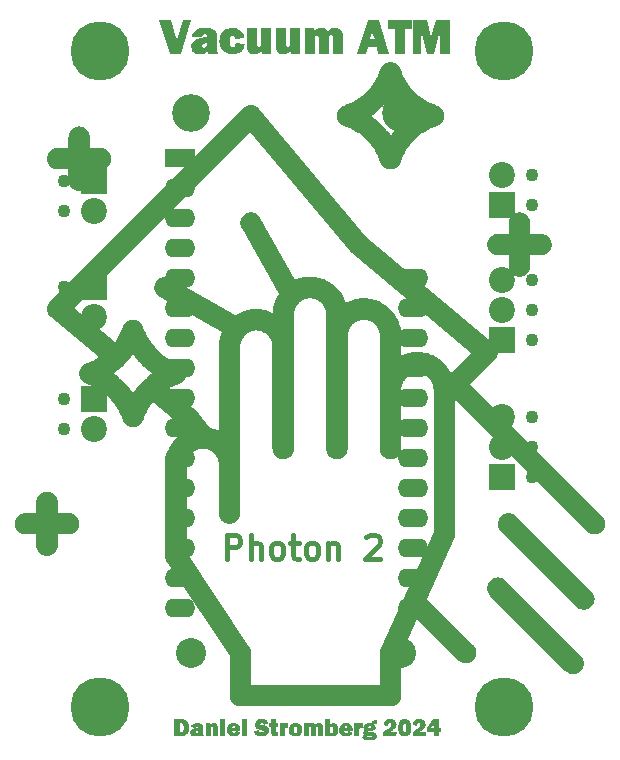
<source format=gbr>
%TF.GenerationSoftware,KiCad,Pcbnew,8.0.2*%
%TF.CreationDate,2024-05-18T00:20:58-06:00*%
%TF.ProjectId,VacuumATM_wCoinDispenser,56616375-756d-4415-944d-5f77436f696e,rev?*%
%TF.SameCoordinates,Original*%
%TF.FileFunction,Soldermask,Top*%
%TF.FilePolarity,Negative*%
%FSLAX46Y46*%
G04 Gerber Fmt 4.6, Leading zero omitted, Abs format (unit mm)*
G04 Created by KiCad (PCBNEW 8.0.2) date 2024-05-18 00:20:58*
%MOMM*%
%LPD*%
G01*
G04 APERTURE LIST*
%ADD10C,0.000000*%
%ADD11C,0.300000*%
%ADD12C,0.400000*%
%ADD13C,1.100000*%
%ADD14R,2.200000X2.200000*%
%ADD15C,2.200000*%
%ADD16C,3.200000*%
%ADD17C,2.540000*%
%ADD18R,2.600000X1.600000*%
%ADD19O,2.600000X1.600000*%
%ADD20C,5.000000*%
G04 APERTURE END LIST*
D10*
G36*
X109058819Y-108047601D02*
G01*
X109117453Y-108053307D01*
X109175704Y-108062817D01*
X109233382Y-108076131D01*
X109290293Y-108093249D01*
X109346248Y-108114171D01*
X109401054Y-108138897D01*
X109454521Y-108167427D01*
X109505973Y-108199473D01*
X109554799Y-108234578D01*
X109600903Y-108272576D01*
X109644190Y-108313303D01*
X109684564Y-108356592D01*
X109721929Y-108402280D01*
X109756190Y-108450200D01*
X109787251Y-108500188D01*
X109815016Y-108552077D01*
X109839390Y-108605704D01*
X109860276Y-108660903D01*
X109877579Y-108717509D01*
X109891204Y-108775357D01*
X109901054Y-108834280D01*
X109907035Y-108894115D01*
X109909050Y-108954696D01*
X109909050Y-109863754D01*
X110818107Y-109863754D01*
X110848480Y-109864260D01*
X110878686Y-109865769D01*
X110908706Y-109868269D01*
X110938519Y-109871749D01*
X110968104Y-109876197D01*
X110997440Y-109881600D01*
X111026508Y-109887947D01*
X111055285Y-109895225D01*
X111083753Y-109903423D01*
X111111889Y-109912529D01*
X111139674Y-109922530D01*
X111167086Y-109933415D01*
X111194106Y-109945172D01*
X111220712Y-109957789D01*
X111246883Y-109971254D01*
X111272600Y-109985554D01*
X111297842Y-110000679D01*
X111322587Y-110016616D01*
X111346816Y-110033352D01*
X111370507Y-110050877D01*
X111393641Y-110069178D01*
X111416195Y-110088242D01*
X111438151Y-110108059D01*
X111459486Y-110128617D01*
X111480181Y-110149902D01*
X111500215Y-110171904D01*
X111519567Y-110194610D01*
X111538216Y-110218009D01*
X111556143Y-110242087D01*
X111573325Y-110266835D01*
X111589744Y-110292238D01*
X111605377Y-110318287D01*
X111633907Y-110371754D01*
X111658634Y-110426562D01*
X111679557Y-110482517D01*
X111696675Y-110539429D01*
X111709989Y-110597107D01*
X111719499Y-110655359D01*
X111725206Y-110713993D01*
X111727108Y-110772818D01*
X111725206Y-110831644D01*
X111719499Y-110890278D01*
X111709989Y-110948529D01*
X111696675Y-111006206D01*
X111679557Y-111063117D01*
X111658634Y-111119071D01*
X111633907Y-111173878D01*
X111605377Y-111227344D01*
X111573330Y-111278795D01*
X111538226Y-111327621D01*
X111500228Y-111373725D01*
X111459501Y-111417012D01*
X111416212Y-111457386D01*
X111370525Y-111494751D01*
X111322605Y-111529012D01*
X111272617Y-111560073D01*
X111220728Y-111587838D01*
X111167101Y-111612212D01*
X111111902Y-111633098D01*
X111055296Y-111650402D01*
X110997448Y-111664027D01*
X110938524Y-111673878D01*
X110878689Y-111679858D01*
X110818107Y-111681873D01*
X109909050Y-111681873D01*
X109909050Y-112590931D01*
X109907932Y-112636008D01*
X109904599Y-112680781D01*
X109899082Y-112725173D01*
X109891413Y-112769110D01*
X109881621Y-112812518D01*
X109869739Y-112855322D01*
X109855798Y-112897447D01*
X109839828Y-112938820D01*
X109821860Y-112979364D01*
X109801926Y-113019005D01*
X109780057Y-113057670D01*
X109756284Y-113095282D01*
X109730638Y-113131769D01*
X109703150Y-113167054D01*
X109673851Y-113201063D01*
X109642772Y-113233722D01*
X109610111Y-113264801D01*
X109576100Y-113294100D01*
X109540814Y-113321588D01*
X109504327Y-113347234D01*
X109466714Y-113371008D01*
X109428049Y-113392877D01*
X109388408Y-113412810D01*
X109347864Y-113430778D01*
X109306492Y-113446748D01*
X109264367Y-113460689D01*
X109221564Y-113472571D01*
X109178157Y-113482363D01*
X109134220Y-113490032D01*
X109089829Y-113495549D01*
X109045058Y-113498882D01*
X108999990Y-113499999D01*
X108954922Y-113498882D01*
X108910150Y-113495549D01*
X108865758Y-113490033D01*
X108821820Y-113482363D01*
X108778412Y-113472572D01*
X108735608Y-113460690D01*
X108693483Y-113446749D01*
X108652111Y-113430779D01*
X108611567Y-113412812D01*
X108571926Y-113392878D01*
X108533262Y-113371009D01*
X108495649Y-113347236D01*
X108459164Y-113321590D01*
X108423879Y-113294101D01*
X108389870Y-113264802D01*
X108357212Y-113233722D01*
X108326132Y-113201061D01*
X108296833Y-113167051D01*
X108269344Y-113131764D01*
X108243697Y-113095278D01*
X108219924Y-113057665D01*
X108198055Y-113019000D01*
X108178121Y-112979359D01*
X108160153Y-112938815D01*
X108144183Y-112897444D01*
X108130241Y-112855319D01*
X108118359Y-112812516D01*
X108108568Y-112769109D01*
X108100898Y-112725172D01*
X108095381Y-112680780D01*
X108092048Y-112636008D01*
X108090931Y-112590931D01*
X108090931Y-111681873D01*
X107181873Y-111681873D01*
X107151501Y-111681367D01*
X107121294Y-111679858D01*
X107091274Y-111677358D01*
X107061461Y-111673878D01*
X107031876Y-111669430D01*
X107002540Y-111664027D01*
X106973473Y-111657680D01*
X106944695Y-111650402D01*
X106916228Y-111642204D01*
X106888091Y-111633098D01*
X106860307Y-111623097D01*
X106832894Y-111612212D01*
X106805875Y-111600455D01*
X106779269Y-111587838D01*
X106753097Y-111574374D01*
X106727380Y-111560073D01*
X106702138Y-111544949D01*
X106677393Y-111529012D01*
X106653164Y-111512276D01*
X106629473Y-111494751D01*
X106606340Y-111476451D01*
X106583785Y-111457386D01*
X106561829Y-111437569D01*
X106540494Y-111417012D01*
X106519799Y-111395727D01*
X106499765Y-111373725D01*
X106480413Y-111351019D01*
X106461764Y-111327621D01*
X106443838Y-111303542D01*
X106426655Y-111278795D01*
X106410237Y-111253392D01*
X106394603Y-111227344D01*
X106366073Y-111173876D01*
X106341346Y-111119068D01*
X106320424Y-111063112D01*
X106303305Y-111006199D01*
X106289991Y-110948521D01*
X106280481Y-110890270D01*
X106274775Y-110831635D01*
X106272873Y-110772810D01*
X106274775Y-110713984D01*
X106280481Y-110655351D01*
X106289991Y-110597100D01*
X106303305Y-110539423D01*
X106320424Y-110482512D01*
X106341346Y-110426558D01*
X106366073Y-110371752D01*
X106394603Y-110318287D01*
X106426650Y-110266835D01*
X106461754Y-110218009D01*
X106499753Y-110171904D01*
X106540479Y-110128617D01*
X106583768Y-110088242D01*
X106629455Y-110050877D01*
X106677375Y-110016616D01*
X106727363Y-109985554D01*
X106779252Y-109957789D01*
X106832879Y-109933415D01*
X106888078Y-109912529D01*
X106944684Y-109895225D01*
X107002532Y-109881600D01*
X107061456Y-109871749D01*
X107121291Y-109865769D01*
X107181873Y-109863754D01*
X108090931Y-109863754D01*
X108090931Y-108954696D01*
X108091436Y-108924324D01*
X108092945Y-108894118D01*
X108095446Y-108864099D01*
X108098926Y-108834286D01*
X108103373Y-108804701D01*
X108108777Y-108775365D01*
X108115123Y-108746298D01*
X108122402Y-108717520D01*
X108130599Y-108689053D01*
X108139705Y-108660917D01*
X108149706Y-108633133D01*
X108160592Y-108605720D01*
X108172349Y-108578701D01*
X108184965Y-108552095D01*
X108198430Y-108525923D01*
X108212730Y-108500206D01*
X108227855Y-108474965D01*
X108243791Y-108450219D01*
X108260528Y-108425990D01*
X108278052Y-108402299D01*
X108296353Y-108379166D01*
X108315418Y-108356611D01*
X108335235Y-108334655D01*
X108355792Y-108313320D01*
X108377077Y-108292624D01*
X108399079Y-108272590D01*
X108421784Y-108253238D01*
X108445183Y-108234589D01*
X108469261Y-108216662D01*
X108494008Y-108199479D01*
X108519411Y-108183060D01*
X108545459Y-108167427D01*
X108598927Y-108138897D01*
X108653735Y-108114171D01*
X108709690Y-108093249D01*
X108766603Y-108076131D01*
X108824281Y-108062817D01*
X108882533Y-108053307D01*
X108941167Y-108047601D01*
X108999993Y-108045699D01*
X109058819Y-108047601D01*
G37*
G36*
X109000000Y-113500000D02*
G01*
X108999981Y-113500000D01*
X108999990Y-113499999D01*
X109000000Y-113500000D01*
G37*
G36*
X149043635Y-84411230D02*
G01*
X149088408Y-84414563D01*
X149132800Y-84420079D01*
X149176737Y-84427749D01*
X149220145Y-84437540D01*
X149262949Y-84449422D01*
X149305075Y-84463363D01*
X149346447Y-84479333D01*
X149386991Y-84497300D01*
X149426632Y-84517234D01*
X149465297Y-84539103D01*
X149502910Y-84562876D01*
X149539396Y-84588523D01*
X149574681Y-84616012D01*
X149608690Y-84645312D01*
X149641349Y-84676391D01*
X149672428Y-84709052D01*
X149701726Y-84743062D01*
X149729214Y-84778348D01*
X149754859Y-84814835D01*
X149778632Y-84852447D01*
X149800501Y-84891112D01*
X149820434Y-84930753D01*
X149838401Y-84971297D01*
X149854371Y-85012668D01*
X149868313Y-85054793D01*
X149880195Y-85097596D01*
X149889986Y-85141003D01*
X149897655Y-85184939D01*
X149903172Y-85229330D01*
X149906505Y-85274101D01*
X149907623Y-85319177D01*
X149907623Y-86228239D01*
X150816681Y-86228239D01*
X150847054Y-86228744D01*
X150877261Y-86230253D01*
X150907281Y-86232754D01*
X150937094Y-86236234D01*
X150966680Y-86240681D01*
X150996017Y-86246084D01*
X151025084Y-86252431D01*
X151053862Y-86259709D01*
X151082330Y-86267907D01*
X151110466Y-86277013D01*
X151138251Y-86287014D01*
X151165664Y-86297899D01*
X151192683Y-86309656D01*
X151219289Y-86322272D01*
X151245461Y-86335737D01*
X151271178Y-86350037D01*
X151296419Y-86365162D01*
X151321165Y-86381098D01*
X151345393Y-86397834D01*
X151369084Y-86415359D01*
X151392217Y-86433660D01*
X151414772Y-86452724D01*
X151436727Y-86472541D01*
X151458062Y-86493098D01*
X151478757Y-86514384D01*
X151498790Y-86536385D01*
X151518142Y-86559091D01*
X151536791Y-86582490D01*
X151554717Y-86606568D01*
X151571899Y-86631316D01*
X151588317Y-86656719D01*
X151603950Y-86682768D01*
X151632481Y-86736235D01*
X151657207Y-86791043D01*
X151678130Y-86846999D01*
X151695248Y-86903911D01*
X151708563Y-86961589D01*
X151718073Y-87019841D01*
X151723779Y-87078475D01*
X151725681Y-87137301D01*
X151723779Y-87196127D01*
X151718073Y-87254761D01*
X151708563Y-87313012D01*
X151695248Y-87370689D01*
X151678130Y-87427600D01*
X151657207Y-87483555D01*
X151632481Y-87538361D01*
X151603950Y-87591827D01*
X151571903Y-87643279D01*
X151536798Y-87692105D01*
X151498799Y-87738209D01*
X151458073Y-87781497D01*
X151414783Y-87821871D01*
X151369096Y-87859236D01*
X151321177Y-87893497D01*
X151271189Y-87924558D01*
X151219300Y-87952323D01*
X151165673Y-87976697D01*
X151110474Y-87997584D01*
X151053869Y-88014887D01*
X150996021Y-88028512D01*
X150937098Y-88038362D01*
X150877262Y-88044343D01*
X150816681Y-88046358D01*
X149907623Y-88046358D01*
X149907623Y-88955417D01*
X149907117Y-88985790D01*
X149905608Y-89015996D01*
X149903108Y-89046016D01*
X149899628Y-89075829D01*
X149895180Y-89105414D01*
X149889777Y-89134750D01*
X149883431Y-89163817D01*
X149876153Y-89192595D01*
X149867955Y-89221062D01*
X149858849Y-89249199D01*
X149848848Y-89276983D01*
X149837963Y-89304395D01*
X149826207Y-89331415D01*
X149813590Y-89358021D01*
X149800126Y-89384193D01*
X149785825Y-89409909D01*
X149770701Y-89435151D01*
X149754765Y-89459896D01*
X149738029Y-89484125D01*
X149720505Y-89507816D01*
X149702204Y-89530949D01*
X149683140Y-89553504D01*
X149663323Y-89575459D01*
X149642767Y-89596795D01*
X149621482Y-89617490D01*
X149599480Y-89637523D01*
X149576775Y-89656875D01*
X149553377Y-89675525D01*
X149529299Y-89693451D01*
X149504552Y-89710633D01*
X149479149Y-89727052D01*
X149453102Y-89742685D01*
X149399632Y-89771216D01*
X149344824Y-89795942D01*
X149288868Y-89816865D01*
X149231955Y-89833983D01*
X149174276Y-89847297D01*
X149116024Y-89856808D01*
X149057390Y-89862514D01*
X148998564Y-89864416D01*
X148939739Y-89862514D01*
X148881105Y-89856808D01*
X148822855Y-89847297D01*
X148765178Y-89833983D01*
X148708268Y-89816865D01*
X148652314Y-89795942D01*
X148597509Y-89771216D01*
X148544044Y-89742685D01*
X148492591Y-89710638D01*
X148443764Y-89675533D01*
X148397658Y-89637534D01*
X148354370Y-89596808D01*
X148313996Y-89553518D01*
X148276630Y-89507831D01*
X148242368Y-89459912D01*
X148211307Y-89409924D01*
X148183542Y-89358035D01*
X148159168Y-89304408D01*
X148138282Y-89249210D01*
X148120978Y-89192604D01*
X148107353Y-89134757D01*
X148097503Y-89075834D01*
X148091522Y-89015999D01*
X148089508Y-88955417D01*
X148089508Y-88046358D01*
X147180450Y-88046358D01*
X147150078Y-88045852D01*
X147119871Y-88044343D01*
X147089851Y-88041842D01*
X147060039Y-88038362D01*
X147030454Y-88033915D01*
X147001117Y-88028512D01*
X146972050Y-88022165D01*
X146943273Y-88014887D01*
X146914805Y-88006689D01*
X146886669Y-87997584D01*
X146858885Y-87987582D01*
X146831472Y-87976697D01*
X146804453Y-87964940D01*
X146777847Y-87952323D01*
X146751675Y-87938859D01*
X146725958Y-87924558D01*
X146700717Y-87909434D01*
X146675972Y-87893497D01*
X146651743Y-87876761D01*
X146628052Y-87859236D01*
X146604918Y-87840936D01*
X146582364Y-87821871D01*
X146560408Y-87802054D01*
X146539073Y-87781497D01*
X146518378Y-87760211D01*
X146498344Y-87738209D01*
X146478992Y-87715503D01*
X146460342Y-87692105D01*
X146442416Y-87668026D01*
X146425233Y-87643279D01*
X146408814Y-87617875D01*
X146393180Y-87591827D01*
X146364650Y-87538359D01*
X146339923Y-87483552D01*
X146319001Y-87427596D01*
X146301882Y-87370684D01*
X146288568Y-87313006D01*
X146279058Y-87254754D01*
X146273352Y-87196120D01*
X146271450Y-87137294D01*
X146273352Y-87078469D01*
X146279058Y-87019835D01*
X146288568Y-86961584D01*
X146301882Y-86903906D01*
X146319001Y-86846995D01*
X146339923Y-86791040D01*
X146364650Y-86736234D01*
X146393180Y-86682768D01*
X146425227Y-86631316D01*
X146460333Y-86582490D01*
X146498331Y-86536385D01*
X146539058Y-86493098D01*
X146582347Y-86452724D01*
X146628034Y-86415359D01*
X146675954Y-86381098D01*
X146725941Y-86350037D01*
X146777831Y-86322272D01*
X146831458Y-86297899D01*
X146886656Y-86277013D01*
X146943262Y-86259709D01*
X147001109Y-86246084D01*
X147060033Y-86236234D01*
X147119868Y-86230253D01*
X147180450Y-86228239D01*
X148089508Y-86228239D01*
X148089508Y-85319177D01*
X148090626Y-85274100D01*
X148093958Y-85229328D01*
X148099475Y-85184936D01*
X148107145Y-85140999D01*
X148116936Y-85097591D01*
X148128818Y-85054788D01*
X148142760Y-85012663D01*
X148158730Y-84971291D01*
X148176698Y-84930748D01*
X148196632Y-84891106D01*
X148218501Y-84852442D01*
X148242274Y-84814830D01*
X148267921Y-84778344D01*
X148295410Y-84743060D01*
X148324709Y-84709050D01*
X148355789Y-84676391D01*
X148388449Y-84645312D01*
X148422460Y-84616012D01*
X148457745Y-84588523D01*
X148494232Y-84562876D01*
X148531845Y-84539103D01*
X148570509Y-84517234D01*
X148610151Y-84497300D01*
X148650694Y-84479333D01*
X148692066Y-84463363D01*
X148734191Y-84449422D01*
X148776995Y-84437540D01*
X148820402Y-84427749D01*
X148864339Y-84420079D01*
X148908731Y-84414563D01*
X148953503Y-84411230D01*
X148998569Y-84410112D01*
X149043635Y-84411230D01*
G37*
G36*
X111772217Y-77138756D02*
G01*
X111816989Y-77142088D01*
X111861382Y-77147605D01*
X111905320Y-77155275D01*
X111948728Y-77165066D01*
X111991532Y-77176948D01*
X112033658Y-77190890D01*
X112075030Y-77206860D01*
X112115574Y-77224828D01*
X112155216Y-77244761D01*
X112193880Y-77266630D01*
X112231492Y-77290404D01*
X112267978Y-77316050D01*
X112303263Y-77343539D01*
X112337271Y-77372838D01*
X112369930Y-77403917D01*
X112401009Y-77436578D01*
X112430308Y-77470588D01*
X112457796Y-77505875D01*
X112483442Y-77542361D01*
X112507215Y-77579974D01*
X112529084Y-77618639D01*
X112549018Y-77658281D01*
X112566985Y-77698825D01*
X112582955Y-77740196D01*
X112596897Y-77782321D01*
X112608779Y-77825124D01*
X112618570Y-77868531D01*
X112626240Y-77912468D01*
X112631756Y-77956859D01*
X112635089Y-78001630D01*
X112636207Y-78046707D01*
X112636207Y-78955766D01*
X113545269Y-78955766D01*
X113575641Y-78956272D01*
X113605847Y-78957781D01*
X113635867Y-78960282D01*
X113665680Y-78963762D01*
X113695265Y-78968209D01*
X113724601Y-78973612D01*
X113753669Y-78979959D01*
X113782446Y-78987237D01*
X113810913Y-78995435D01*
X113839049Y-79004541D01*
X113866834Y-79014542D01*
X113894246Y-79025427D01*
X113921266Y-79037184D01*
X113947871Y-79049800D01*
X113974043Y-79063265D01*
X113999760Y-79077566D01*
X114025001Y-79092690D01*
X114049746Y-79108626D01*
X114073975Y-79125363D01*
X114097666Y-79142887D01*
X114120799Y-79161188D01*
X114143354Y-79180253D01*
X114165309Y-79200070D01*
X114186644Y-79220627D01*
X114207339Y-79241912D01*
X114227373Y-79263914D01*
X114246725Y-79286620D01*
X114265374Y-79310018D01*
X114283300Y-79334097D01*
X114300483Y-79358844D01*
X114316901Y-79384247D01*
X114332534Y-79410295D01*
X114361065Y-79463763D01*
X114385792Y-79518571D01*
X114406714Y-79574527D01*
X114423833Y-79631439D01*
X114437147Y-79689117D01*
X114446657Y-79747369D01*
X114452363Y-79806004D01*
X114454265Y-79864829D01*
X114452363Y-79923655D01*
X114446657Y-79982289D01*
X114437147Y-80040540D01*
X114423833Y-80098217D01*
X114406714Y-80155128D01*
X114385792Y-80211082D01*
X114361065Y-80265888D01*
X114332534Y-80319355D01*
X114300487Y-80370806D01*
X114265382Y-80419632D01*
X114227384Y-80465736D01*
X114186657Y-80509023D01*
X114143368Y-80549397D01*
X114097681Y-80586762D01*
X114049761Y-80621023D01*
X113999774Y-80652084D01*
X113947885Y-80679849D01*
X113894258Y-80704223D01*
X113839060Y-80725109D01*
X113782455Y-80742413D01*
X113724608Y-80756038D01*
X113665684Y-80765888D01*
X113605850Y-80771869D01*
X113545269Y-80773883D01*
X112636207Y-80773883D01*
X112636207Y-81682945D01*
X112635702Y-81713317D01*
X112634192Y-81743524D01*
X112631692Y-81773544D01*
X112628212Y-81803356D01*
X112623764Y-81832941D01*
X112618361Y-81862278D01*
X112612015Y-81891345D01*
X112604736Y-81920123D01*
X112596538Y-81948590D01*
X112587433Y-81976726D01*
X112577431Y-82004511D01*
X112566546Y-82031923D01*
X112554789Y-82058943D01*
X112542172Y-82085548D01*
X112528708Y-82111720D01*
X112514407Y-82137437D01*
X112499283Y-82162678D01*
X112483346Y-82187424D01*
X112466610Y-82211652D01*
X112449085Y-82235344D01*
X112430785Y-82258477D01*
X112411720Y-82281031D01*
X112391903Y-82302987D01*
X112371346Y-82324322D01*
X112350061Y-82345017D01*
X112328059Y-82365051D01*
X112305353Y-82384403D01*
X112281955Y-82403052D01*
X112257877Y-82420978D01*
X112233130Y-82438161D01*
X112207726Y-82454579D01*
X112181678Y-82470213D01*
X112128210Y-82498743D01*
X112073403Y-82523470D01*
X112017447Y-82544392D01*
X111960535Y-82561511D01*
X111902857Y-82574825D01*
X111844605Y-82584335D01*
X111785971Y-82590041D01*
X111727145Y-82591943D01*
X111668319Y-82590041D01*
X111609685Y-82584335D01*
X111551433Y-82574825D01*
X111493756Y-82561511D01*
X111436845Y-82544392D01*
X111380890Y-82523470D01*
X111326084Y-82498743D01*
X111272617Y-82470213D01*
X111221166Y-82438166D01*
X111172340Y-82403061D01*
X111126236Y-82365063D01*
X111082949Y-82324336D01*
X111042575Y-82281047D01*
X111005210Y-82235360D01*
X110970949Y-82187440D01*
X110939888Y-82137453D01*
X110912123Y-82085563D01*
X110887749Y-82031937D01*
X110866863Y-81976738D01*
X110849559Y-81920132D01*
X110835934Y-81862285D01*
X110826084Y-81803361D01*
X110820103Y-81743526D01*
X110818088Y-81682945D01*
X110818088Y-80773885D01*
X109909031Y-80773885D01*
X109878658Y-80773380D01*
X109848452Y-80771871D01*
X109818432Y-80769370D01*
X109788619Y-80765890D01*
X109759034Y-80761443D01*
X109729698Y-80756040D01*
X109700630Y-80749693D01*
X109671853Y-80742415D01*
X109643385Y-80734217D01*
X109615249Y-80725111D01*
X109587464Y-80715110D01*
X109560052Y-80704225D01*
X109533032Y-80692468D01*
X109506426Y-80679851D01*
X109480254Y-80666387D01*
X109454537Y-80652086D01*
X109429296Y-80636962D01*
X109404551Y-80621025D01*
X109380322Y-80604289D01*
X109356631Y-80586764D01*
X109333497Y-80568464D01*
X109310943Y-80549399D01*
X109288987Y-80529582D01*
X109267652Y-80509025D01*
X109246957Y-80487740D01*
X109226923Y-80465738D01*
X109207571Y-80443032D01*
X109188921Y-80419634D01*
X109170995Y-80395555D01*
X109153812Y-80370808D01*
X109137394Y-80345405D01*
X109121761Y-80319357D01*
X109093230Y-80265888D01*
X109068504Y-80211081D01*
X109047581Y-80155125D01*
X109030463Y-80098212D01*
X109017149Y-80040534D01*
X109007638Y-79982283D01*
X109001932Y-79923648D01*
X109000030Y-79864823D01*
X109001932Y-79805997D01*
X109007638Y-79747363D01*
X109017149Y-79689112D01*
X109030463Y-79631435D01*
X109047581Y-79574524D01*
X109068504Y-79518569D01*
X109093230Y-79463763D01*
X109121761Y-79410297D01*
X109153808Y-79358845D01*
X109188913Y-79310020D01*
X109226912Y-79263915D01*
X109267638Y-79220628D01*
X109310928Y-79180254D01*
X109356615Y-79142889D01*
X109404535Y-79108628D01*
X109454522Y-79077567D01*
X109506411Y-79049801D01*
X109560038Y-79025428D01*
X109615237Y-79004541D01*
X109671842Y-78987237D01*
X109729690Y-78973612D01*
X109788614Y-78963762D01*
X109848449Y-78957781D01*
X109909031Y-78955766D01*
X110818088Y-78955766D01*
X110818088Y-78046707D01*
X110819206Y-78001629D01*
X110822539Y-77956858D01*
X110828056Y-77912466D01*
X110835725Y-77868529D01*
X110845517Y-77825121D01*
X110857399Y-77782317D01*
X110871340Y-77740192D01*
X110887311Y-77698821D01*
X110905278Y-77658277D01*
X110925212Y-77618635D01*
X110947081Y-77579971D01*
X110970855Y-77542358D01*
X110996502Y-77505872D01*
X111023990Y-77470587D01*
X111053290Y-77436578D01*
X111084369Y-77403919D01*
X111117030Y-77372839D01*
X111151040Y-77343540D01*
X111186326Y-77316051D01*
X111222812Y-77290405D01*
X111260425Y-77266631D01*
X111299089Y-77244762D01*
X111338731Y-77224828D01*
X111379274Y-77206860D01*
X111420646Y-77190890D01*
X111462771Y-77176948D01*
X111505574Y-77165066D01*
X111548981Y-77155275D01*
X111592918Y-77147605D01*
X111637309Y-77142088D01*
X111682080Y-77138756D01*
X111727148Y-77137638D01*
X111772217Y-77138756D01*
G37*
G36*
X147241626Y-115317693D02*
G01*
X147300354Y-115323584D01*
X147358467Y-115333248D01*
X147415781Y-115346636D01*
X147472109Y-115363699D01*
X147527267Y-115384389D01*
X147581070Y-115408656D01*
X147633330Y-115436452D01*
X147683864Y-115467728D01*
X147732485Y-115502435D01*
X147779009Y-115540524D01*
X147823249Y-115581947D01*
X154186668Y-121945362D01*
X154217746Y-121978023D01*
X154247045Y-122012034D01*
X154274532Y-122047320D01*
X154300178Y-122083806D01*
X154323951Y-122121419D01*
X154345819Y-122160084D01*
X154365753Y-122199725D01*
X154383720Y-122240269D01*
X154399690Y-122281640D01*
X154413631Y-122323765D01*
X154425513Y-122366568D01*
X154435304Y-122409976D01*
X154442974Y-122453912D01*
X154448491Y-122498304D01*
X154451824Y-122543076D01*
X154452942Y-122588154D01*
X154451824Y-122633232D01*
X154448491Y-122678006D01*
X154442974Y-122722398D01*
X154435304Y-122766336D01*
X154425513Y-122809744D01*
X154413631Y-122852548D01*
X154399690Y-122894674D01*
X154383720Y-122936045D01*
X154365753Y-122976589D01*
X154345819Y-123016230D01*
X154323951Y-123054894D01*
X154300178Y-123092506D01*
X154274532Y-123128992D01*
X154247045Y-123164277D01*
X154217746Y-123198286D01*
X154186668Y-123230945D01*
X154154006Y-123262025D01*
X154119995Y-123291324D01*
X154084708Y-123318813D01*
X154048220Y-123344460D01*
X154010607Y-123368233D01*
X153971942Y-123390102D01*
X153932300Y-123410036D01*
X153891756Y-123428004D01*
X153850384Y-123443974D01*
X153808259Y-123457916D01*
X153765455Y-123469798D01*
X153722047Y-123479589D01*
X153678110Y-123487259D01*
X153633718Y-123492776D01*
X153588946Y-123496109D01*
X153543869Y-123497226D01*
X153543871Y-123497224D01*
X153543874Y-123497221D01*
X153543876Y-123497219D01*
X153543879Y-123497217D01*
X153543887Y-123497211D01*
X153543888Y-123497210D01*
X153543890Y-123497208D01*
X153543891Y-123497207D01*
X153543892Y-123497207D01*
X153543893Y-123497206D01*
X153543893Y-123497205D01*
X153543894Y-123497204D01*
X153543895Y-123497203D01*
X153543896Y-123497202D01*
X153543896Y-123497201D01*
X153543897Y-123497200D01*
X153543898Y-123497199D01*
X153543898Y-123497197D01*
X153543899Y-123497196D01*
X153498819Y-123496145D01*
X153454042Y-123492870D01*
X153409641Y-123487403D01*
X153365694Y-123479773D01*
X153322275Y-123470013D01*
X153279460Y-123458154D01*
X153237324Y-123444225D01*
X153195942Y-123428260D01*
X153155391Y-123410287D01*
X153115746Y-123390340D01*
X153077081Y-123368448D01*
X153039473Y-123344644D01*
X153002997Y-123318957D01*
X152967728Y-123291419D01*
X152933743Y-123262061D01*
X152901115Y-123230915D01*
X146537696Y-116867504D01*
X146496273Y-116823265D01*
X146458183Y-116776744D01*
X146423475Y-116728124D01*
X146392198Y-116677593D01*
X146364401Y-116625335D01*
X146340133Y-116571535D01*
X146319443Y-116516379D01*
X146302379Y-116460053D01*
X146288991Y-116402740D01*
X146279327Y-116344628D01*
X146273435Y-116285900D01*
X146271366Y-116226743D01*
X146273167Y-116167341D01*
X146278888Y-116107881D01*
X146288577Y-116048547D01*
X146302284Y-115989525D01*
X146319920Y-115931510D01*
X146341193Y-115875242D01*
X146365968Y-115820856D01*
X146394109Y-115768487D01*
X146425482Y-115718269D01*
X146459952Y-115670339D01*
X146497383Y-115624830D01*
X146537641Y-115581879D01*
X146580591Y-115541620D01*
X146626097Y-115504188D01*
X146674026Y-115469719D01*
X146724240Y-115438347D01*
X146776607Y-115410208D01*
X146830990Y-115385437D01*
X146887255Y-115364169D01*
X146945266Y-115346538D01*
X147004283Y-115332833D01*
X147063613Y-115323145D01*
X147123070Y-115317424D01*
X147182470Y-115315623D01*
X147241626Y-115317693D01*
G37*
G36*
X148150296Y-109865678D02*
G01*
X148209022Y-109871569D01*
X148267135Y-109881233D01*
X148324448Y-109894622D01*
X148380777Y-109911685D01*
X148435935Y-109932375D01*
X148489737Y-109956642D01*
X148541999Y-109984438D01*
X148592534Y-110015715D01*
X148641157Y-110050422D01*
X148687683Y-110088512D01*
X148731926Y-110129936D01*
X155095329Y-116493351D01*
X155136753Y-116537589D01*
X155174843Y-116584110D01*
X155209551Y-116632729D01*
X155240827Y-116683260D01*
X155268624Y-116735519D01*
X155292892Y-116789319D01*
X155313582Y-116844475D01*
X155330646Y-116900802D01*
X155344035Y-116958115D01*
X155353699Y-117016228D01*
X155359590Y-117074957D01*
X155361659Y-117134114D01*
X155359858Y-117193516D01*
X155354137Y-117252977D01*
X155344448Y-117312311D01*
X155330741Y-117371334D01*
X155313107Y-117429348D01*
X155291835Y-117485616D01*
X155267061Y-117540002D01*
X155238921Y-117592372D01*
X155207548Y-117642589D01*
X155173079Y-117690520D01*
X155135648Y-117736028D01*
X155095390Y-117778979D01*
X155052440Y-117819239D01*
X155006933Y-117856670D01*
X154959005Y-117891139D01*
X154908789Y-117922511D01*
X154856422Y-117950650D01*
X154802038Y-117975421D01*
X154745772Y-117996690D01*
X154687759Y-118014320D01*
X154628743Y-118028025D01*
X154569413Y-118037713D01*
X154509957Y-118043433D01*
X154450558Y-118045234D01*
X154391402Y-118043164D01*
X154332676Y-118037273D01*
X154274563Y-118027608D01*
X154217250Y-118014220D01*
X154160922Y-117997156D01*
X154105765Y-117976466D01*
X154051963Y-117952198D01*
X153999702Y-117924402D01*
X153949167Y-117893125D01*
X153900544Y-117858417D01*
X153854019Y-117820327D01*
X153809776Y-117778904D01*
X147446365Y-111415493D01*
X147404941Y-111371255D01*
X147366851Y-111324733D01*
X147332143Y-111276114D01*
X147300866Y-111225583D01*
X147273070Y-111173325D01*
X147248802Y-111119525D01*
X147228112Y-111064368D01*
X147211048Y-111008041D01*
X147197659Y-110950728D01*
X147187995Y-110892615D01*
X147182104Y-110833887D01*
X147180034Y-110774729D01*
X147181836Y-110715327D01*
X147187557Y-110655866D01*
X147197246Y-110596532D01*
X147210952Y-110537510D01*
X147228588Y-110479495D01*
X147249861Y-110423227D01*
X147274635Y-110368841D01*
X147302776Y-110316472D01*
X147334149Y-110266254D01*
X147368619Y-110218324D01*
X147406050Y-110172815D01*
X147446308Y-110129864D01*
X147489258Y-110089605D01*
X147534764Y-110052173D01*
X147582693Y-110017704D01*
X147632909Y-109986332D01*
X147685277Y-109958193D01*
X147739661Y-109933422D01*
X147795928Y-109912154D01*
X147853942Y-109894523D01*
X147912958Y-109880818D01*
X147972286Y-109871130D01*
X148031742Y-109865410D01*
X148091140Y-109863609D01*
X148150296Y-109865678D01*
G37*
G36*
X138136591Y-71684619D02*
G01*
X138183458Y-71688261D01*
X138230132Y-71694331D01*
X138276517Y-71702829D01*
X138322515Y-71713755D01*
X138368031Y-71727109D01*
X138412968Y-71742891D01*
X138457229Y-71761100D01*
X138500471Y-71781582D01*
X138542374Y-71804197D01*
X138582872Y-71828875D01*
X138621901Y-71855545D01*
X138659395Y-71884134D01*
X138695289Y-71914571D01*
X138729519Y-71946784D01*
X138762018Y-71980703D01*
X138792721Y-72016255D01*
X138821564Y-72053368D01*
X138848481Y-72091972D01*
X138873407Y-72131994D01*
X138896277Y-72173364D01*
X138917025Y-72216009D01*
X138935587Y-72259858D01*
X138951896Y-72304840D01*
X139050352Y-72571748D01*
X139163501Y-72830890D01*
X139290851Y-73081771D01*
X139431904Y-73323895D01*
X139586168Y-73556766D01*
X139753146Y-73779891D01*
X139932344Y-73992773D01*
X140123268Y-74194918D01*
X140325421Y-74385830D01*
X140538310Y-74565015D01*
X140761440Y-74731977D01*
X140994315Y-74886221D01*
X141236441Y-75027251D01*
X141487322Y-75154574D01*
X141746465Y-75267693D01*
X142013374Y-75366113D01*
X142058392Y-75382422D01*
X142102274Y-75400984D01*
X142144948Y-75421732D01*
X142186342Y-75444601D01*
X142226387Y-75469528D01*
X142265012Y-75496445D01*
X142302144Y-75525288D01*
X142337714Y-75555993D01*
X142371650Y-75588492D01*
X142403881Y-75622722D01*
X142434337Y-75658617D01*
X142462945Y-75696112D01*
X142489637Y-75735142D01*
X142514339Y-75775641D01*
X142536982Y-75817544D01*
X142557495Y-75860786D01*
X142575706Y-75905080D01*
X142591488Y-75950046D01*
X142604843Y-75995588D01*
X142615769Y-76041611D01*
X142624268Y-76088017D01*
X142630338Y-76134711D01*
X142633980Y-76181598D01*
X142635194Y-76228580D01*
X142633980Y-76275563D01*
X142630338Y-76322449D01*
X142624268Y-76369143D01*
X142615769Y-76415550D01*
X142604843Y-76461572D01*
X142591488Y-76507114D01*
X142575706Y-76552080D01*
X142557495Y-76596374D01*
X142536978Y-76639616D01*
X142514332Y-76681518D01*
X142489626Y-76722016D01*
X142462933Y-76761045D01*
X142434322Y-76798539D01*
X142403865Y-76834434D01*
X142371633Y-76868663D01*
X142337697Y-76901163D01*
X142302127Y-76931867D01*
X142264996Y-76960710D01*
X142226373Y-76987628D01*
X142186330Y-77012554D01*
X142144937Y-77035425D01*
X142102266Y-77056174D01*
X142058388Y-77074736D01*
X142013374Y-77091047D01*
X141746465Y-77189467D01*
X141487322Y-77302587D01*
X141236441Y-77429909D01*
X140994315Y-77570940D01*
X140761440Y-77725184D01*
X140538310Y-77892146D01*
X140325421Y-78071330D01*
X140123268Y-78262243D01*
X139932344Y-78464388D01*
X139753146Y-78677270D01*
X139586168Y-78900395D01*
X139431904Y-79133266D01*
X139290851Y-79375390D01*
X139163501Y-79626270D01*
X139050352Y-79885412D01*
X138951896Y-80152321D01*
X138935588Y-80197304D01*
X138917027Y-80241154D01*
X138896280Y-80283801D01*
X138873410Y-80325171D01*
X138848485Y-80365194D01*
X138821568Y-80403799D01*
X138792725Y-80440913D01*
X138762021Y-80476464D01*
X138729521Y-80510383D01*
X138695292Y-80542596D01*
X138659397Y-80573032D01*
X138621902Y-80601620D01*
X138582873Y-80628288D01*
X138542374Y-80652965D01*
X138500471Y-80675579D01*
X138457229Y-80696058D01*
X138412969Y-80714268D01*
X138368034Y-80730050D01*
X138322518Y-80743404D01*
X138276520Y-80754331D01*
X138230136Y-80762829D01*
X138183461Y-80768899D01*
X138136594Y-80772541D01*
X138089630Y-80773755D01*
X138042666Y-80772541D01*
X137995798Y-80768899D01*
X137949124Y-80762829D01*
X137902739Y-80754331D01*
X137856741Y-80743404D01*
X137811226Y-80730050D01*
X137766290Y-80714268D01*
X137722030Y-80696058D01*
X137678787Y-80675577D01*
X137636884Y-80652962D01*
X137596385Y-80628284D01*
X137557355Y-80601615D01*
X137519861Y-80573026D01*
X137483966Y-80542589D01*
X137449737Y-80510376D01*
X137417238Y-80476457D01*
X137386534Y-80440906D01*
X137357691Y-80403792D01*
X137330774Y-80365188D01*
X137305848Y-80325166D01*
X137282978Y-80283796D01*
X137262229Y-80241151D01*
X137243666Y-80197302D01*
X137227356Y-80152321D01*
X137128900Y-79885412D01*
X137015751Y-79626270D01*
X136888402Y-79375390D01*
X136747349Y-79133266D01*
X136593086Y-78900395D01*
X136426108Y-78677270D01*
X136246911Y-78464388D01*
X136055988Y-78262243D01*
X135853835Y-78071330D01*
X135640947Y-77892146D01*
X135417818Y-77725184D01*
X135184944Y-77570940D01*
X134942818Y-77429909D01*
X134691937Y-77302587D01*
X134432794Y-77189467D01*
X134165886Y-77091047D01*
X134120866Y-77074738D01*
X134076983Y-77056177D01*
X134034309Y-77035429D01*
X133992914Y-77012559D01*
X133952868Y-76987633D01*
X133914244Y-76960715D01*
X133877112Y-76931872D01*
X133841542Y-76901168D01*
X133807606Y-76868668D01*
X133775375Y-76834438D01*
X133744919Y-76798543D01*
X133716310Y-76761048D01*
X133689618Y-76722018D01*
X133664915Y-76681520D01*
X133642271Y-76639616D01*
X133621757Y-76596374D01*
X133603548Y-76552080D01*
X133587766Y-76507114D01*
X133574412Y-76461572D01*
X133563487Y-76415550D01*
X133554989Y-76369143D01*
X133548919Y-76322449D01*
X133545277Y-76275563D01*
X133544063Y-76228580D01*
X133544066Y-76228483D01*
X136449737Y-76228483D01*
X136568286Y-76313676D01*
X136684864Y-76401347D01*
X136799434Y-76491459D01*
X136911961Y-76583976D01*
X137022407Y-76678861D01*
X137130737Y-76776079D01*
X137236914Y-76875593D01*
X137340902Y-76977367D01*
X137442664Y-77081364D01*
X137542164Y-77187550D01*
X137639365Y-77295886D01*
X137734232Y-77406338D01*
X137826727Y-77518869D01*
X137916815Y-77633442D01*
X138004459Y-77750022D01*
X138089622Y-77868572D01*
X138174782Y-77750022D01*
X138262423Y-77633443D01*
X138352509Y-77518870D01*
X138445004Y-77406341D01*
X138539871Y-77295890D01*
X138637073Y-77187555D01*
X138736574Y-77081370D01*
X138838338Y-76977374D01*
X138942329Y-76875601D01*
X139048508Y-76776087D01*
X139156841Y-76678869D01*
X139267290Y-76583984D01*
X139379819Y-76491466D01*
X139494392Y-76401353D01*
X139610972Y-76313680D01*
X139729522Y-76228483D01*
X139610972Y-76143290D01*
X139494393Y-76055619D01*
X139379822Y-75965508D01*
X139267294Y-75872991D01*
X139156847Y-75778106D01*
X139048516Y-75680888D01*
X138942338Y-75581374D01*
X138838350Y-75479600D01*
X138736587Y-75375602D01*
X138637086Y-75269417D01*
X138539884Y-75161081D01*
X138445017Y-75050629D01*
X138352520Y-74938098D01*
X138262432Y-74823525D01*
X138174787Y-74706946D01*
X138089622Y-74588396D01*
X138004464Y-74706945D01*
X137916824Y-74823524D01*
X137826739Y-74938097D01*
X137734245Y-75050626D01*
X137639379Y-75161077D01*
X137542177Y-75269412D01*
X137442677Y-75375596D01*
X137340913Y-75479593D01*
X137236924Y-75581366D01*
X137130745Y-75680880D01*
X137022413Y-75778097D01*
X136911965Y-75872983D01*
X136799437Y-75965500D01*
X136684865Y-76055614D01*
X136568286Y-76143287D01*
X136449737Y-76228483D01*
X133544066Y-76228483D01*
X133545277Y-76181598D01*
X133548919Y-76134711D01*
X133554989Y-76088017D01*
X133563487Y-76041611D01*
X133574412Y-75995588D01*
X133587766Y-75950046D01*
X133603548Y-75905080D01*
X133621757Y-75860786D01*
X133642275Y-75817545D01*
X133664922Y-75775642D01*
X133689629Y-75735144D01*
X133716323Y-75696115D01*
X133744934Y-75658621D01*
X133775391Y-75622726D01*
X133807623Y-75588497D01*
X133841559Y-75555998D01*
X133877128Y-75525294D01*
X133914260Y-75496450D01*
X133952883Y-75469533D01*
X133992927Y-75444606D01*
X134034319Y-75421736D01*
X134076991Y-75400986D01*
X134120870Y-75382424D01*
X134165886Y-75366113D01*
X134432794Y-75267693D01*
X134691937Y-75154574D01*
X134942818Y-75027251D01*
X135184944Y-74886221D01*
X135417818Y-74731977D01*
X135640947Y-74565015D01*
X135853835Y-74385830D01*
X136055988Y-74194918D01*
X136246911Y-73992773D01*
X136426108Y-73779891D01*
X136593086Y-73556766D01*
X136747349Y-73323895D01*
X136888402Y-73081771D01*
X137015751Y-72830890D01*
X137128900Y-72571748D01*
X137227356Y-72304840D01*
X137243664Y-72259857D01*
X137262225Y-72216006D01*
X137282972Y-72173360D01*
X137305842Y-72131989D01*
X137330767Y-72091966D01*
X137357685Y-72053361D01*
X137386528Y-72016248D01*
X137417232Y-71980696D01*
X137449732Y-71946777D01*
X137483962Y-71914564D01*
X137519858Y-71884128D01*
X137557353Y-71855539D01*
X137596383Y-71828871D01*
X137636883Y-71804194D01*
X137678787Y-71781580D01*
X137722030Y-71761100D01*
X137766290Y-71742891D01*
X137811226Y-71727109D01*
X137856740Y-71713755D01*
X137902738Y-71702829D01*
X137949122Y-71694331D01*
X137995796Y-71688261D01*
X138042663Y-71684619D01*
X138089627Y-71683405D01*
X138136591Y-71684619D01*
G37*
G36*
X126315406Y-75320457D02*
G01*
X126363030Y-75323868D01*
X126410178Y-75329739D01*
X126456765Y-75338029D01*
X126502706Y-75348694D01*
X126547915Y-75361691D01*
X126592308Y-75376979D01*
X126635800Y-75394513D01*
X126678304Y-75414252D01*
X126719736Y-75436152D01*
X126760011Y-75460172D01*
X126799044Y-75486268D01*
X126836749Y-75514397D01*
X126873041Y-75544517D01*
X126907836Y-75576585D01*
X126941048Y-75610558D01*
X126972591Y-75646394D01*
X136010337Y-86491592D01*
X146855529Y-95529815D01*
X146891398Y-95561359D01*
X146925395Y-95594570D01*
X146957480Y-95629364D01*
X146987610Y-95665656D01*
X147015743Y-95703358D01*
X147041838Y-95742387D01*
X147065853Y-95782657D01*
X147087745Y-95824082D01*
X147107474Y-95866577D01*
X147124997Y-95910056D01*
X147140271Y-95954434D01*
X147153257Y-95999625D01*
X147163911Y-96045544D01*
X147172191Y-96092105D01*
X147178056Y-96139223D01*
X147181465Y-96186813D01*
X147182373Y-96234546D01*
X147180791Y-96282031D01*
X147176752Y-96329177D01*
X147170290Y-96375896D01*
X147161441Y-96422099D01*
X147150238Y-96467695D01*
X147136715Y-96512596D01*
X147120908Y-96556712D01*
X147102851Y-96599954D01*
X147082578Y-96642233D01*
X147060123Y-96683459D01*
X147035520Y-96723543D01*
X147008805Y-96762395D01*
X146980012Y-96799927D01*
X146949175Y-96836048D01*
X146916328Y-96870670D01*
X144831932Y-98955055D01*
X156006820Y-110129936D01*
X156006683Y-110130068D01*
X156006614Y-110130135D01*
X156006546Y-110130203D01*
X156047969Y-110174441D01*
X156086059Y-110220962D01*
X156120767Y-110269580D01*
X156152043Y-110320111D01*
X156179839Y-110372368D01*
X156204107Y-110426168D01*
X156224797Y-110481323D01*
X156241860Y-110537650D01*
X156255248Y-110594962D01*
X156264912Y-110653075D01*
X156270803Y-110711803D01*
X156272873Y-110770960D01*
X156271072Y-110830362D01*
X156265352Y-110889823D01*
X156255663Y-110949159D01*
X156241958Y-111008182D01*
X156224322Y-111066197D01*
X156203049Y-111122464D01*
X156178275Y-111176851D01*
X156150133Y-111229220D01*
X156118760Y-111279438D01*
X156084290Y-111327368D01*
X156046859Y-111372877D01*
X156006601Y-111415828D01*
X155963651Y-111456087D01*
X155918145Y-111493519D01*
X155870216Y-111527988D01*
X155820002Y-111559360D01*
X155767635Y-111587499D01*
X155713252Y-111612270D01*
X155656987Y-111633538D01*
X155598976Y-111651168D01*
X155539959Y-111664874D01*
X155480630Y-111674562D01*
X155421173Y-111680282D01*
X155361773Y-111682083D01*
X155302618Y-111680014D01*
X155243891Y-111674122D01*
X155185778Y-111664458D01*
X155128464Y-111651070D01*
X155072136Y-111634007D01*
X155016978Y-111613317D01*
X154963176Y-111589050D01*
X154910915Y-111561253D01*
X154860381Y-111529977D01*
X154811759Y-111495269D01*
X154765234Y-111457179D01*
X154720993Y-111415756D01*
X143546112Y-100240879D01*
X143546112Y-111681926D01*
X143545786Y-111706234D01*
X143544811Y-111730497D01*
X143543190Y-111754702D01*
X143540925Y-111778838D01*
X143538021Y-111802890D01*
X143534479Y-111826845D01*
X143530302Y-111850692D01*
X143525495Y-111874416D01*
X143520060Y-111898004D01*
X143513999Y-111921444D01*
X143507316Y-111944723D01*
X143500014Y-111967827D01*
X143492096Y-111990743D01*
X143483565Y-112013460D01*
X143474424Y-112035962D01*
X143464676Y-112058239D01*
X141168563Y-117109218D01*
X145097969Y-121038627D01*
X145139394Y-121082865D01*
X145177485Y-121129386D01*
X145212194Y-121178005D01*
X145243472Y-121228536D01*
X145271269Y-121280794D01*
X145295538Y-121334594D01*
X145316228Y-121389750D01*
X145333293Y-121446078D01*
X145346681Y-121503390D01*
X145356346Y-121561503D01*
X145362237Y-121620232D01*
X145364307Y-121679389D01*
X145362505Y-121738791D01*
X145356785Y-121798253D01*
X145347095Y-121857587D01*
X145333389Y-121916610D01*
X145315753Y-121974625D01*
X145294480Y-122030892D01*
X145269705Y-122085278D01*
X145241564Y-122137648D01*
X145210191Y-122187865D01*
X145175721Y-122235795D01*
X145138289Y-122281304D01*
X145098031Y-122324255D01*
X145055080Y-122364514D01*
X145009573Y-122401945D01*
X144961645Y-122436414D01*
X144911429Y-122467786D01*
X144859062Y-122495925D01*
X144804678Y-122520697D01*
X144748412Y-122541966D01*
X144690399Y-122559597D01*
X144631382Y-122573302D01*
X144572053Y-122582990D01*
X144512596Y-122588710D01*
X144453198Y-122590511D01*
X144394042Y-122588442D01*
X144335316Y-122582550D01*
X144277204Y-122572886D01*
X144219891Y-122559498D01*
X144163564Y-122542434D01*
X144108406Y-122521744D01*
X144054605Y-122497477D01*
X144002345Y-122469680D01*
X143951811Y-122438403D01*
X143903189Y-122403695D01*
X143856665Y-122365605D01*
X143812423Y-122324180D01*
X140365173Y-118876934D01*
X139000808Y-121878132D01*
X139000808Y-125317585D01*
X138999691Y-125362662D01*
X138996358Y-125407435D01*
X138990841Y-125451827D01*
X138983172Y-125495764D01*
X138973381Y-125539172D01*
X138961500Y-125581976D01*
X138947559Y-125624101D01*
X138931589Y-125665473D01*
X138913621Y-125706016D01*
X138893688Y-125745658D01*
X138871818Y-125784321D01*
X138848045Y-125821933D01*
X138822398Y-125858419D01*
X138794908Y-125893703D01*
X138765608Y-125927711D01*
X138734527Y-125960369D01*
X138701867Y-125991448D01*
X138667856Y-126020748D01*
X138632571Y-126048237D01*
X138596084Y-126073883D01*
X138558472Y-126097657D01*
X138519807Y-126119526D01*
X138480166Y-126139460D01*
X138439622Y-126157427D01*
X138398251Y-126173398D01*
X138356127Y-126187339D01*
X138313324Y-126199221D01*
X138269917Y-126209013D01*
X138225981Y-126216682D01*
X138181590Y-126222199D01*
X138136819Y-126225532D01*
X138091743Y-126226650D01*
X125364910Y-126226650D01*
X125319832Y-126225532D01*
X125275060Y-126222199D01*
X125230668Y-126216682D01*
X125186731Y-126209013D01*
X125143324Y-126199221D01*
X125100521Y-126187339D01*
X125058396Y-126173398D01*
X125017025Y-126157427D01*
X124976481Y-126139460D01*
X124936840Y-126119526D01*
X124898176Y-126097657D01*
X124860564Y-126073883D01*
X124824079Y-126048237D01*
X124788794Y-126020748D01*
X124754785Y-125991448D01*
X124722126Y-125960369D01*
X124691045Y-125927708D01*
X124661745Y-125893698D01*
X124634256Y-125858412D01*
X124608609Y-125821925D01*
X124584835Y-125784312D01*
X124562966Y-125745647D01*
X124543031Y-125706005D01*
X124525064Y-125665461D01*
X124509093Y-125624090D01*
X124495151Y-125581965D01*
X124483269Y-125539162D01*
X124473478Y-125495755D01*
X124465808Y-125451820D01*
X124460291Y-125407430D01*
X124456959Y-125362660D01*
X124455841Y-125317585D01*
X124455841Y-121956535D01*
X119154213Y-114004329D01*
X119136113Y-113976016D01*
X119119107Y-113947126D01*
X119103205Y-113917691D01*
X119088416Y-113887744D01*
X119074752Y-113857315D01*
X119062222Y-113826438D01*
X119050836Y-113795144D01*
X119040605Y-113763465D01*
X119031540Y-113731432D01*
X119023649Y-113699079D01*
X119016945Y-113666436D01*
X119011436Y-113633536D01*
X119007134Y-113600411D01*
X119004048Y-113567093D01*
X119002189Y-113533613D01*
X119001567Y-113500004D01*
X119001567Y-113225185D01*
X120819828Y-113225185D01*
X126121460Y-121177391D01*
X126139558Y-121205704D01*
X126156564Y-121234594D01*
X126172466Y-121264028D01*
X126187255Y-121293975D01*
X126200920Y-121324403D01*
X126213450Y-121355280D01*
X126224836Y-121386573D01*
X126235067Y-121418252D01*
X126244134Y-121450283D01*
X126252024Y-121482636D01*
X126258729Y-121515278D01*
X126264238Y-121548177D01*
X126268541Y-121581302D01*
X126271627Y-121614620D01*
X126273486Y-121648100D01*
X126274109Y-121681709D01*
X126274109Y-124408886D01*
X137182808Y-124408886D01*
X137182808Y-121681709D01*
X137183133Y-121657402D01*
X137184108Y-121633140D01*
X137185730Y-121608934D01*
X137187995Y-121584799D01*
X137190900Y-121560747D01*
X137194443Y-121536792D01*
X137198620Y-121512945D01*
X137203428Y-121489221D01*
X137208864Y-121465633D01*
X137214925Y-121442192D01*
X137221609Y-121418913D01*
X137228912Y-121395809D01*
X137236830Y-121372892D01*
X137245362Y-121350176D01*
X137254503Y-121327673D01*
X137264251Y-121305397D01*
X141728096Y-111485130D01*
X141727943Y-99410152D01*
X141727185Y-99364603D01*
X141724922Y-99319302D01*
X141721173Y-99274278D01*
X141715955Y-99229564D01*
X141709286Y-99185190D01*
X141701185Y-99141187D01*
X141691668Y-99097588D01*
X141680755Y-99054421D01*
X141668462Y-99011719D01*
X141654807Y-98969514D01*
X141639809Y-98927835D01*
X141623486Y-98886714D01*
X141605855Y-98846182D01*
X141586933Y-98806270D01*
X141566740Y-98767009D01*
X141545293Y-98728431D01*
X141522610Y-98690566D01*
X141498709Y-98653446D01*
X141473607Y-98617101D01*
X141447322Y-98581563D01*
X141419873Y-98546862D01*
X141391277Y-98513031D01*
X141361552Y-98480099D01*
X141330716Y-98448099D01*
X141298788Y-98417061D01*
X141265783Y-98387015D01*
X141231722Y-98357995D01*
X141196621Y-98330029D01*
X141160498Y-98303150D01*
X141123372Y-98277389D01*
X141085260Y-98252776D01*
X141046180Y-98229343D01*
X140965967Y-98186498D01*
X140883749Y-98149366D01*
X140799813Y-98117946D01*
X140714446Y-98092239D01*
X140627934Y-98072245D01*
X140540562Y-98057963D01*
X140452618Y-98049394D01*
X140364387Y-98046538D01*
X140276157Y-98049394D01*
X140188212Y-98057963D01*
X140100841Y-98072245D01*
X140014328Y-98092239D01*
X139928961Y-98117946D01*
X139845025Y-98149366D01*
X139762807Y-98186498D01*
X139682594Y-98229343D01*
X139605404Y-98277386D01*
X139532157Y-98330023D01*
X139462995Y-98387006D01*
X139398062Y-98448086D01*
X139337500Y-98513014D01*
X139281454Y-98581543D01*
X139230066Y-98653423D01*
X139183479Y-98728407D01*
X139141837Y-98806244D01*
X139105282Y-98886688D01*
X139073958Y-98969489D01*
X139048009Y-99054398D01*
X139027577Y-99141168D01*
X139012805Y-99229549D01*
X139003837Y-99319293D01*
X139000816Y-99410152D01*
X139000816Y-104409732D01*
X139000310Y-104440105D01*
X138998801Y-104470311D01*
X138996301Y-104500331D01*
X138992821Y-104530144D01*
X138988373Y-104559728D01*
X138982970Y-104589065D01*
X138976624Y-104618132D01*
X138969346Y-104646909D01*
X138961148Y-104675377D01*
X138952042Y-104703513D01*
X138942041Y-104731297D01*
X138931156Y-104758709D01*
X138919400Y-104785729D01*
X138906783Y-104812334D01*
X138893319Y-104838506D01*
X138879018Y-104864223D01*
X138863894Y-104889464D01*
X138847958Y-104914209D01*
X138831222Y-104938438D01*
X138813698Y-104962129D01*
X138795397Y-104985262D01*
X138776333Y-105007817D01*
X138756516Y-105029773D01*
X138735960Y-105051108D01*
X138714675Y-105071803D01*
X138692673Y-105091837D01*
X138669968Y-105111190D01*
X138646570Y-105129839D01*
X138622492Y-105147766D01*
X138597745Y-105164949D01*
X138572342Y-105181368D01*
X138546295Y-105197002D01*
X138492825Y-105225533D01*
X138438017Y-105250259D01*
X138382060Y-105271182D01*
X138325146Y-105288300D01*
X138267468Y-105301615D01*
X138209215Y-105311125D01*
X138150580Y-105316831D01*
X138091754Y-105318733D01*
X138032928Y-105316831D01*
X137974293Y-105311125D01*
X137916042Y-105301615D01*
X137858365Y-105288300D01*
X137801454Y-105271182D01*
X137745500Y-105250259D01*
X137690695Y-105225533D01*
X137637230Y-105197002D01*
X137585778Y-105164955D01*
X137536952Y-105129850D01*
X137490847Y-105091851D01*
X137447560Y-105051125D01*
X137407186Y-105007835D01*
X137369821Y-104962148D01*
X137335560Y-104914229D01*
X137304499Y-104864241D01*
X137276734Y-104812352D01*
X137252361Y-104758725D01*
X137231475Y-104703526D01*
X137214171Y-104646921D01*
X137200546Y-104589073D01*
X137190696Y-104530149D01*
X137184715Y-104470314D01*
X137182701Y-104409732D01*
X137182701Y-94864368D01*
X137181943Y-94818819D01*
X137179680Y-94773518D01*
X137175931Y-94728494D01*
X137170713Y-94683780D01*
X137164044Y-94639406D01*
X137155943Y-94595404D01*
X137146426Y-94551804D01*
X137135512Y-94508638D01*
X137123219Y-94465937D01*
X137109565Y-94423731D01*
X137094567Y-94382053D01*
X137078243Y-94340932D01*
X137060612Y-94300400D01*
X137041691Y-94260489D01*
X137021497Y-94221228D01*
X137000050Y-94182650D01*
X136977367Y-94144786D01*
X136953465Y-94107666D01*
X136928363Y-94071321D01*
X136902078Y-94035783D01*
X136874629Y-94001083D01*
X136846032Y-93967252D01*
X136816307Y-93934320D01*
X136785471Y-93902320D01*
X136753542Y-93871282D01*
X136720537Y-93841236D01*
X136686475Y-93812215D01*
X136651374Y-93784250D01*
X136615251Y-93757371D01*
X136578124Y-93731609D01*
X136540011Y-93706996D01*
X136500930Y-93683563D01*
X136420717Y-93640718D01*
X136338499Y-93603586D01*
X136254563Y-93572166D01*
X136169196Y-93546459D01*
X136082683Y-93526465D01*
X135995312Y-93512183D01*
X135907367Y-93503614D01*
X135819136Y-93500758D01*
X135730905Y-93503614D01*
X135642961Y-93512183D01*
X135555588Y-93526465D01*
X135469075Y-93546459D01*
X135383707Y-93572166D01*
X135299770Y-93603586D01*
X135217551Y-93640718D01*
X135137336Y-93683563D01*
X135060148Y-93731605D01*
X134986902Y-93784241D01*
X134917742Y-93841224D01*
X134852810Y-93902303D01*
X134792250Y-93967231D01*
X134736205Y-94035760D01*
X134684818Y-94107640D01*
X134638232Y-94182623D01*
X134596591Y-94260461D01*
X134560037Y-94340904D01*
X134528714Y-94423705D01*
X134502765Y-94508614D01*
X134482334Y-94595384D01*
X134467562Y-94683765D01*
X134458595Y-94773509D01*
X134455574Y-94864368D01*
X134455574Y-104409732D01*
X134455068Y-104440105D01*
X134453559Y-104470311D01*
X134451058Y-104500331D01*
X134447578Y-104530144D01*
X134443130Y-104559728D01*
X134437727Y-104589065D01*
X134431381Y-104618132D01*
X134424102Y-104646909D01*
X134415904Y-104675377D01*
X134406798Y-104703513D01*
X134396797Y-104731297D01*
X134385911Y-104758709D01*
X134374154Y-104785729D01*
X134361537Y-104812334D01*
X134348072Y-104838506D01*
X134333771Y-104864223D01*
X134318647Y-104889464D01*
X134302710Y-104914209D01*
X134285973Y-104938438D01*
X134268448Y-104962129D01*
X134250147Y-104985262D01*
X134231082Y-105007817D01*
X134211265Y-105029773D01*
X134190708Y-105051108D01*
X134169422Y-105071803D01*
X134147420Y-105091837D01*
X134124714Y-105111190D01*
X134101315Y-105129839D01*
X134077236Y-105147766D01*
X134052489Y-105164949D01*
X134027085Y-105181368D01*
X134001037Y-105197002D01*
X133947569Y-105225533D01*
X133892762Y-105250259D01*
X133836807Y-105271182D01*
X133779894Y-105288300D01*
X133722217Y-105301615D01*
X133663966Y-105311125D01*
X133605332Y-105316831D01*
X133546506Y-105318733D01*
X133487681Y-105316831D01*
X133429048Y-105311125D01*
X133370798Y-105301615D01*
X133313121Y-105288300D01*
X133256211Y-105271182D01*
X133200257Y-105250259D01*
X133145452Y-105225533D01*
X133091987Y-105197002D01*
X133040535Y-105164955D01*
X132991709Y-105129850D01*
X132945604Y-105091851D01*
X132902317Y-105051125D01*
X132861942Y-105007835D01*
X132824576Y-104962148D01*
X132790315Y-104914229D01*
X132759253Y-104864241D01*
X132731487Y-104812352D01*
X132707113Y-104758725D01*
X132686226Y-104703526D01*
X132668922Y-104646921D01*
X132655297Y-104589073D01*
X132645446Y-104530149D01*
X132639466Y-104470314D01*
X132637451Y-104409732D01*
X132637451Y-93046253D01*
X132636693Y-93000704D01*
X132634430Y-92955402D01*
X132630681Y-92910379D01*
X132625463Y-92865665D01*
X132618794Y-92821291D01*
X132610692Y-92777289D01*
X132601175Y-92733689D01*
X132590261Y-92690523D01*
X132577968Y-92647821D01*
X132564313Y-92605615D01*
X132549315Y-92563936D01*
X132532992Y-92522816D01*
X132515360Y-92482284D01*
X132496439Y-92442372D01*
X132476246Y-92403112D01*
X132454798Y-92364534D01*
X132432115Y-92326669D01*
X132408213Y-92289549D01*
X132383111Y-92253204D01*
X132356827Y-92217666D01*
X132329377Y-92182966D01*
X132300781Y-92149135D01*
X132271057Y-92116203D01*
X132240221Y-92084203D01*
X132208292Y-92053165D01*
X132175288Y-92023120D01*
X132141227Y-91994099D01*
X132106127Y-91966134D01*
X132070004Y-91939255D01*
X132032879Y-91913493D01*
X131994767Y-91888881D01*
X131955688Y-91865448D01*
X131875475Y-91822602D01*
X131793257Y-91785469D01*
X131709321Y-91754049D01*
X131623954Y-91728342D01*
X131537441Y-91708347D01*
X131450069Y-91694065D01*
X131362125Y-91685496D01*
X131273894Y-91682640D01*
X131185663Y-91685496D01*
X131097718Y-91694065D01*
X131010346Y-91708347D01*
X130923833Y-91728342D01*
X130838464Y-91754049D01*
X130754528Y-91785469D01*
X130672309Y-91822602D01*
X130592094Y-91865448D01*
X130514905Y-91913490D01*
X130441658Y-91966126D01*
X130372497Y-92023108D01*
X130307564Y-92084188D01*
X130247003Y-92149116D01*
X130190957Y-92217645D01*
X130139569Y-92289525D01*
X130092982Y-92364508D01*
X130051340Y-92442345D01*
X130014786Y-92522789D01*
X129983462Y-92605589D01*
X129957513Y-92690499D01*
X129937081Y-92777269D01*
X129922309Y-92865650D01*
X129913341Y-92955394D01*
X129910320Y-93046253D01*
X129910320Y-104409732D01*
X129909814Y-104440105D01*
X129908305Y-104470311D01*
X129905805Y-104500331D01*
X129902325Y-104530144D01*
X129897877Y-104559728D01*
X129892474Y-104589065D01*
X129886128Y-104618132D01*
X129878850Y-104646909D01*
X129870652Y-104675377D01*
X129861546Y-104703513D01*
X129851545Y-104731297D01*
X129840660Y-104758709D01*
X129828903Y-104785729D01*
X129816287Y-104812334D01*
X129802822Y-104838506D01*
X129788522Y-104864223D01*
X129773398Y-104889464D01*
X129757461Y-104914209D01*
X129740725Y-104938438D01*
X129723201Y-104962129D01*
X129704900Y-104985262D01*
X129685836Y-105007817D01*
X129666019Y-105029773D01*
X129645462Y-105051108D01*
X129624177Y-105071803D01*
X129602175Y-105091837D01*
X129579470Y-105111190D01*
X129556072Y-105129839D01*
X129531993Y-105147766D01*
X129507246Y-105164949D01*
X129481843Y-105181368D01*
X129455795Y-105197002D01*
X129402327Y-105225533D01*
X129347520Y-105250259D01*
X129291564Y-105271182D01*
X129234651Y-105288300D01*
X129176974Y-105301615D01*
X129118722Y-105311125D01*
X129060087Y-105316831D01*
X129001262Y-105318733D01*
X128942436Y-105316831D01*
X128883802Y-105311125D01*
X128825551Y-105301615D01*
X128767874Y-105288300D01*
X128710963Y-105271182D01*
X128655009Y-105250259D01*
X128600203Y-105225533D01*
X128546737Y-105197002D01*
X128495285Y-105164955D01*
X128446458Y-105129850D01*
X128400353Y-105091851D01*
X128357066Y-105051125D01*
X128316691Y-105007835D01*
X128279326Y-104962148D01*
X128245065Y-104914229D01*
X128214004Y-104864241D01*
X128186239Y-104812352D01*
X128161865Y-104758725D01*
X128140979Y-104703526D01*
X128123675Y-104646921D01*
X128110050Y-104589073D01*
X128100200Y-104530149D01*
X128094219Y-104470314D01*
X128092205Y-104409732D01*
X128092205Y-95773914D01*
X128091446Y-95728365D01*
X128089184Y-95683063D01*
X128085435Y-95638039D01*
X128080217Y-95593325D01*
X128073548Y-95548951D01*
X128065446Y-95504948D01*
X128055929Y-95461348D01*
X128045015Y-95418182D01*
X128032722Y-95375480D01*
X128019068Y-95333275D01*
X128004070Y-95291596D01*
X127987746Y-95250475D01*
X127970115Y-95209943D01*
X127951193Y-95170031D01*
X127931000Y-95130771D01*
X127909553Y-95092193D01*
X127886869Y-95054328D01*
X127862967Y-95017208D01*
X127837865Y-94980863D01*
X127811580Y-94945325D01*
X127784131Y-94910625D01*
X127755535Y-94876794D01*
X127725809Y-94843862D01*
X127694973Y-94811862D01*
X127663044Y-94780824D01*
X127630040Y-94750778D01*
X127595978Y-94721758D01*
X127560876Y-94693792D01*
X127524754Y-94666913D01*
X127487627Y-94641151D01*
X127449515Y-94616538D01*
X127410434Y-94593105D01*
X127330221Y-94550260D01*
X127248004Y-94513128D01*
X127164069Y-94481708D01*
X127078702Y-94456001D01*
X126992189Y-94436007D01*
X126904817Y-94421725D01*
X126816873Y-94413156D01*
X126728642Y-94410300D01*
X126640411Y-94413156D01*
X126552466Y-94421725D01*
X126465094Y-94436007D01*
X126378581Y-94456001D01*
X126293213Y-94481708D01*
X126209277Y-94513128D01*
X126127058Y-94550260D01*
X126046844Y-94593105D01*
X125969657Y-94641148D01*
X125896411Y-94693786D01*
X125827251Y-94750769D01*
X125762319Y-94811849D01*
X125701758Y-94876778D01*
X125645713Y-94945307D01*
X125594325Y-95017187D01*
X125547739Y-95092170D01*
X125506097Y-95170007D01*
X125469543Y-95250451D01*
X125438220Y-95333251D01*
X125412270Y-95418161D01*
X125391838Y-95504930D01*
X125377067Y-95593311D01*
X125368099Y-95683055D01*
X125365078Y-95773914D01*
X125365078Y-109864090D01*
X125364572Y-109894462D01*
X125363063Y-109924668D01*
X125360562Y-109954687D01*
X125357082Y-109984500D01*
X125352635Y-110014084D01*
X125347232Y-110043420D01*
X125340885Y-110072488D01*
X125333607Y-110101265D01*
X125325409Y-110129732D01*
X125316304Y-110157868D01*
X125306303Y-110185652D01*
X125295418Y-110213064D01*
X125283661Y-110240084D01*
X125271044Y-110266689D01*
X125257580Y-110292861D01*
X125243280Y-110318577D01*
X125228155Y-110343819D01*
X125212219Y-110368564D01*
X125195483Y-110392792D01*
X125177958Y-110416483D01*
X125159658Y-110439617D01*
X125140593Y-110462171D01*
X125120777Y-110484126D01*
X125100220Y-110505462D01*
X125078934Y-110526156D01*
X125056933Y-110546190D01*
X125034227Y-110565542D01*
X125010829Y-110584191D01*
X124986751Y-110602118D01*
X124962004Y-110619300D01*
X124936600Y-110635718D01*
X124910553Y-110651352D01*
X124857083Y-110679884D01*
X124802275Y-110704611D01*
X124746318Y-110725535D01*
X124689405Y-110742654D01*
X124631727Y-110755969D01*
X124573475Y-110765480D01*
X124514840Y-110771186D01*
X124456014Y-110773088D01*
X124397189Y-110771186D01*
X124338554Y-110765480D01*
X124280303Y-110755969D01*
X124222626Y-110742654D01*
X124165715Y-110725535D01*
X124109760Y-110704611D01*
X124054954Y-110679884D01*
X124001487Y-110651352D01*
X123950036Y-110619306D01*
X123901211Y-110584202D01*
X123855107Y-110546204D01*
X123811820Y-110505478D01*
X123771447Y-110462189D01*
X123734082Y-110416503D01*
X123699821Y-110368583D01*
X123668760Y-110318596D01*
X123640996Y-110266707D01*
X123616622Y-110213080D01*
X123595736Y-110157882D01*
X123578433Y-110101276D01*
X123564808Y-110043429D01*
X123554958Y-109984506D01*
X123548977Y-109924671D01*
X123546962Y-109864090D01*
X123546962Y-105773323D01*
X123546204Y-105727774D01*
X123543941Y-105682472D01*
X123540192Y-105637449D01*
X123534974Y-105592735D01*
X123528305Y-105548361D01*
X123520203Y-105504358D01*
X123510686Y-105460758D01*
X123499772Y-105417592D01*
X123487479Y-105374890D01*
X123473824Y-105332684D01*
X123458825Y-105291005D01*
X123442501Y-105249884D01*
X123424870Y-105209352D01*
X123405948Y-105169441D01*
X123385755Y-105130180D01*
X123364307Y-105091602D01*
X123341623Y-105053737D01*
X123317721Y-105016617D01*
X123292619Y-104980272D01*
X123266334Y-104944734D01*
X123238884Y-104910034D01*
X123210288Y-104876203D01*
X123180562Y-104843272D01*
X123149726Y-104811271D01*
X123117797Y-104780233D01*
X123084792Y-104750188D01*
X123050731Y-104721168D01*
X123015629Y-104693202D01*
X122979507Y-104666324D01*
X122942380Y-104640563D01*
X122904268Y-104615950D01*
X122865188Y-104592518D01*
X122784975Y-104549673D01*
X122702757Y-104512540D01*
X122618822Y-104481121D01*
X122533455Y-104455414D01*
X122446942Y-104435419D01*
X122359571Y-104421138D01*
X122271627Y-104412569D01*
X122183396Y-104409712D01*
X122095166Y-104412569D01*
X122007222Y-104421138D01*
X121919850Y-104435419D01*
X121833338Y-104455414D01*
X121747970Y-104481121D01*
X121664034Y-104512540D01*
X121581816Y-104549673D01*
X121501602Y-104592518D01*
X121424413Y-104640560D01*
X121351166Y-104693196D01*
X121282005Y-104750178D01*
X121217072Y-104811258D01*
X121156511Y-104876186D01*
X121100465Y-104944715D01*
X121049077Y-105016595D01*
X121002490Y-105091578D01*
X120960848Y-105169415D01*
X120924294Y-105249859D01*
X120892970Y-105332659D01*
X120867021Y-105417569D01*
X120846588Y-105504338D01*
X120831817Y-105592720D01*
X120822849Y-105682464D01*
X120819828Y-105773323D01*
X120819828Y-113225185D01*
X119001567Y-113225185D01*
X119001567Y-105773323D01*
X119001567Y-105772762D01*
X119003487Y-105664276D01*
X119009087Y-105556144D01*
X119018344Y-105448453D01*
X119031231Y-105341295D01*
X119047724Y-105234758D01*
X119067797Y-105128931D01*
X119091425Y-105023905D01*
X119118582Y-104919768D01*
X119149245Y-104816610D01*
X119183386Y-104714520D01*
X119220981Y-104613588D01*
X119262006Y-104513904D01*
X119306433Y-104415555D01*
X119354239Y-104318633D01*
X119405398Y-104223227D01*
X119459884Y-104129425D01*
X119517537Y-104037506D01*
X119578161Y-103947786D01*
X119641690Y-103860329D01*
X119708055Y-103775198D01*
X119777188Y-103692458D01*
X119849019Y-103612174D01*
X119923482Y-103534408D01*
X120000507Y-103459225D01*
X120080026Y-103386690D01*
X120161972Y-103316867D01*
X120246275Y-103249819D01*
X120332867Y-103185611D01*
X120421680Y-103124307D01*
X120512646Y-103065972D01*
X120605697Y-103010668D01*
X120700763Y-102958461D01*
X120700787Y-102958484D01*
X120700811Y-102958508D01*
X120700858Y-102958555D01*
X120700882Y-102958579D01*
X120700906Y-102958604D01*
X120700931Y-102958628D01*
X120700958Y-102958652D01*
X120174671Y-102327259D01*
X117953365Y-100475979D01*
X117887142Y-100560169D01*
X117822855Y-100645739D01*
X117760525Y-100732654D01*
X117700171Y-100820879D01*
X117641812Y-100910380D01*
X117585467Y-101001121D01*
X117531157Y-101093068D01*
X117478900Y-101186186D01*
X117428716Y-101280441D01*
X117380625Y-101375797D01*
X117334645Y-101472219D01*
X117290797Y-101569674D01*
X117249099Y-101668126D01*
X117209571Y-101767540D01*
X117172233Y-101867881D01*
X117137104Y-101969116D01*
X117120794Y-102014097D01*
X117102232Y-102057941D01*
X117081483Y-102100579D01*
X117058613Y-102141939D01*
X117033686Y-102181950D01*
X117006768Y-102220543D01*
X116977924Y-102257645D01*
X116947220Y-102293187D01*
X116914720Y-102327098D01*
X116880490Y-102359306D01*
X116844595Y-102389742D01*
X116807100Y-102418334D01*
X116768071Y-102445012D01*
X116727573Y-102469704D01*
X116685670Y-102492341D01*
X116642429Y-102512851D01*
X116598169Y-102531062D01*
X116553233Y-102546844D01*
X116507718Y-102560199D01*
X116461720Y-102571126D01*
X116415335Y-102579624D01*
X116368661Y-102585695D01*
X116321794Y-102589338D01*
X116274829Y-102590552D01*
X116227865Y-102589339D01*
X116180998Y-102585697D01*
X116134324Y-102579627D01*
X116087939Y-102571129D01*
X116041941Y-102560202D01*
X115996426Y-102546847D01*
X115951490Y-102531063D01*
X115907230Y-102512851D01*
X115863987Y-102492339D01*
X115822083Y-102469700D01*
X115781582Y-102445006D01*
X115742551Y-102418327D01*
X115705053Y-102389734D01*
X115669154Y-102359298D01*
X115634918Y-102327089D01*
X115602411Y-102293179D01*
X115571697Y-102257637D01*
X115542841Y-102220535D01*
X115515909Y-102181943D01*
X115490964Y-102141932D01*
X115468072Y-102100574D01*
X115447299Y-102057938D01*
X115428708Y-102014095D01*
X115412365Y-101969116D01*
X115313944Y-101702175D01*
X115200825Y-101443009D01*
X115073503Y-101192112D01*
X114932472Y-100949978D01*
X114778228Y-100717102D01*
X114611266Y-100493978D01*
X114432081Y-100281101D01*
X114241169Y-100078963D01*
X114039024Y-99888061D01*
X113826141Y-99708888D01*
X113603016Y-99541938D01*
X113370145Y-99387706D01*
X113128021Y-99246686D01*
X112877140Y-99119372D01*
X112617998Y-99006259D01*
X112351089Y-98907840D01*
X112306071Y-98891500D01*
X112262189Y-98872915D01*
X112219515Y-98852149D01*
X112178121Y-98829268D01*
X112138075Y-98804334D01*
X112099451Y-98777413D01*
X112062319Y-98748568D01*
X112026749Y-98717863D01*
X111992813Y-98685363D01*
X111960581Y-98651131D01*
X111930125Y-98615232D01*
X111901516Y-98577730D01*
X111874824Y-98538689D01*
X111850121Y-98498174D01*
X111827478Y-98456248D01*
X111806964Y-98412975D01*
X111788754Y-98368715D01*
X111772971Y-98323779D01*
X111759616Y-98278262D01*
X111748689Y-98232262D01*
X111740190Y-98185874D01*
X111734119Y-98139195D01*
X111730476Y-98092321D01*
X111729280Y-98046093D01*
X114634498Y-98046093D01*
X114753048Y-98131286D01*
X114869626Y-98218957D01*
X114984198Y-98309069D01*
X115096725Y-98401586D01*
X115207172Y-98496472D01*
X115315503Y-98593689D01*
X115421681Y-98693203D01*
X115525670Y-98794977D01*
X115627432Y-98898975D01*
X115726933Y-99005160D01*
X115824135Y-99113497D01*
X115919002Y-99223949D01*
X116011497Y-99336480D01*
X116101585Y-99451053D01*
X116189228Y-99567633D01*
X116274391Y-99686184D01*
X116359550Y-99567633D01*
X116447191Y-99451054D01*
X116537277Y-99336481D01*
X116629772Y-99223951D01*
X116724638Y-99113500D01*
X116821840Y-99005164D01*
X116921341Y-98898980D01*
X117023105Y-98794983D01*
X117127094Y-98693210D01*
X117233273Y-98593696D01*
X117341605Y-98496478D01*
X117452054Y-98401593D01*
X117564582Y-98309075D01*
X117679155Y-98218962D01*
X117795734Y-98131289D01*
X117914283Y-98046093D01*
X117795734Y-97960900D01*
X117679155Y-97873230D01*
X117564584Y-97783119D01*
X117452057Y-97690602D01*
X117341610Y-97595717D01*
X117233279Y-97498499D01*
X117127102Y-97398985D01*
X117023113Y-97297211D01*
X116921351Y-97193213D01*
X116821850Y-97087028D01*
X116724649Y-96978691D01*
X116629782Y-96868239D01*
X116537286Y-96755708D01*
X116447198Y-96641135D01*
X116359554Y-96524555D01*
X116274391Y-96406006D01*
X116189231Y-96524555D01*
X116101590Y-96641134D01*
X116011504Y-96755706D01*
X115919010Y-96868236D01*
X115824143Y-96978686D01*
X115726941Y-97087022D01*
X115627440Y-97193206D01*
X115525677Y-97297203D01*
X115421687Y-97398976D01*
X115315508Y-97498489D01*
X115207176Y-97595707D01*
X115096728Y-97690593D01*
X114984199Y-97783110D01*
X114869627Y-97873223D01*
X114753048Y-97960896D01*
X114634498Y-98046093D01*
X111729280Y-98046093D01*
X111729261Y-98045348D01*
X111730474Y-97998374D01*
X111734115Y-97951493D01*
X111740185Y-97904803D01*
X111748684Y-97858400D01*
X111759611Y-97812380D01*
X111772967Y-97766839D01*
X111788751Y-97721874D01*
X111806964Y-97677581D01*
X111827480Y-97634308D01*
X111850126Y-97592382D01*
X111874832Y-97551868D01*
X111901525Y-97512829D01*
X111930136Y-97475330D01*
X111960593Y-97439436D01*
X111992825Y-97405211D01*
X112026762Y-97372719D01*
X112062331Y-97342025D01*
X112099464Y-97313193D01*
X112138087Y-97286287D01*
X112178131Y-97261372D01*
X112219524Y-97238512D01*
X112262195Y-97217772D01*
X112306074Y-97199215D01*
X112351089Y-97182907D01*
X112488715Y-97134530D01*
X112624711Y-97082027D01*
X112758985Y-97025442D01*
X112891450Y-96964824D01*
X113022017Y-96900219D01*
X113150594Y-96831673D01*
X113277095Y-96759234D01*
X113401428Y-96682949D01*
X113401622Y-96682949D01*
X109329425Y-93289512D01*
X109293556Y-93257969D01*
X109259554Y-93224757D01*
X109227460Y-93189963D01*
X109197319Y-93153672D01*
X109169171Y-93115969D01*
X109143060Y-93076940D01*
X109119028Y-93036671D01*
X109097117Y-92995246D01*
X109077370Y-92952752D01*
X109059830Y-92909273D01*
X109044538Y-92864895D01*
X109031538Y-92819705D01*
X109020872Y-92773786D01*
X109012581Y-92727225D01*
X109006710Y-92680108D01*
X109003299Y-92632518D01*
X109002391Y-92584786D01*
X109003973Y-92537302D01*
X109004535Y-92530746D01*
X111257698Y-92530746D01*
X114736553Y-95429897D01*
X114842676Y-95278436D01*
X114942792Y-95123184D01*
X115036807Y-94964324D01*
X115124628Y-94802042D01*
X115206162Y-94636520D01*
X115281318Y-94467942D01*
X115350002Y-94296493D01*
X115412120Y-94122356D01*
X115428429Y-94077373D01*
X115446991Y-94033522D01*
X115467738Y-93990875D01*
X115490608Y-93949505D01*
X115515534Y-93909481D01*
X115542451Y-93870877D01*
X115571294Y-93833763D01*
X115601998Y-93798211D01*
X115634498Y-93764293D01*
X115668728Y-93732080D01*
X115704623Y-93701644D01*
X115742119Y-93673056D01*
X115781148Y-93646387D01*
X115821648Y-93621710D01*
X115863552Y-93599096D01*
X115906795Y-93578617D01*
X115951054Y-93560407D01*
X115995988Y-93544624D01*
X116041503Y-93531270D01*
X116087500Y-93520344D01*
X116133884Y-93511846D01*
X116180558Y-93505776D01*
X116227425Y-93502134D01*
X116274389Y-93500920D01*
X116321353Y-93502134D01*
X116368221Y-93505776D01*
X116414895Y-93511846D01*
X116461281Y-93520344D01*
X116507280Y-93531270D01*
X116552796Y-93544624D01*
X116597733Y-93560407D01*
X116641994Y-93578617D01*
X116685236Y-93599098D01*
X116727138Y-93621713D01*
X116767637Y-93646391D01*
X116806666Y-93673060D01*
X116844160Y-93701649D01*
X116880055Y-93732086D01*
X116914284Y-93764300D01*
X116946783Y-93798218D01*
X116977487Y-93833770D01*
X117006330Y-93870884D01*
X117033247Y-93909488D01*
X117058174Y-93949511D01*
X117081044Y-93990880D01*
X117101792Y-94033525D01*
X117120355Y-94077375D01*
X117136665Y-94122356D01*
X117235120Y-94389265D01*
X117348269Y-94648407D01*
X117475617Y-94899287D01*
X117616670Y-95141411D01*
X117770933Y-95374282D01*
X117937911Y-95597407D01*
X118117108Y-95810289D01*
X118308031Y-96012434D01*
X118510184Y-96203346D01*
X118723073Y-96382530D01*
X118946202Y-96549492D01*
X119179076Y-96703736D01*
X119421202Y-96844766D01*
X119672084Y-96972088D01*
X119931226Y-97085207D01*
X120198135Y-97183628D01*
X120243152Y-97199937D01*
X120287033Y-97218498D01*
X120329706Y-97239246D01*
X120371100Y-97262115D01*
X120411145Y-97287041D01*
X120449770Y-97313959D01*
X120486902Y-97342802D01*
X120522472Y-97373506D01*
X120556409Y-97406005D01*
X120588641Y-97440235D01*
X120619097Y-97476131D01*
X120647707Y-97513626D01*
X120674399Y-97552656D01*
X120699103Y-97593155D01*
X120721746Y-97635059D01*
X120742260Y-97678302D01*
X120760470Y-97722595D01*
X120776252Y-97767560D01*
X120789606Y-97813102D01*
X120800532Y-97859124D01*
X120809030Y-97905530D01*
X120815100Y-97952224D01*
X120818742Y-97999111D01*
X120819956Y-98046094D01*
X120818742Y-98093076D01*
X120815100Y-98139963D01*
X120809030Y-98186658D01*
X120800532Y-98233065D01*
X120789606Y-98279087D01*
X120776252Y-98324630D01*
X120760470Y-98369596D01*
X120742260Y-98413891D01*
X120721743Y-98457132D01*
X120699096Y-98499035D01*
X120674391Y-98539533D01*
X120647697Y-98578562D01*
X120619086Y-98616056D01*
X120588629Y-98651950D01*
X120556396Y-98686179D01*
X120522460Y-98718678D01*
X120486890Y-98749382D01*
X120449758Y-98778225D01*
X120411135Y-98805142D01*
X120371091Y-98830068D01*
X120329699Y-98852939D01*
X120287028Y-98873688D01*
X120243149Y-98892250D01*
X120198135Y-98908561D01*
X120089598Y-98946429D01*
X119982045Y-98986869D01*
X119875523Y-99029861D01*
X119770074Y-99075385D01*
X119665744Y-99123422D01*
X119562576Y-99173951D01*
X119460617Y-99226954D01*
X119359909Y-99282409D01*
X121401645Y-100984672D01*
X121417332Y-100998113D01*
X121432709Y-101011873D01*
X121447770Y-101025952D01*
X121462510Y-101040351D01*
X121476920Y-101055070D01*
X121490996Y-101070108D01*
X121504730Y-101085465D01*
X121518116Y-101101143D01*
X121518116Y-101101345D01*
X122813537Y-102655082D01*
X122908300Y-102675709D01*
X123002335Y-102699226D01*
X123095574Y-102725610D01*
X123187948Y-102754839D01*
X123279390Y-102786892D01*
X123369829Y-102821746D01*
X123459198Y-102859379D01*
X123547428Y-102899769D01*
X123547428Y-95774204D01*
X123548325Y-95695986D01*
X123551155Y-95617897D01*
X123555910Y-95539973D01*
X123562584Y-95462248D01*
X123571168Y-95384756D01*
X123581656Y-95307534D01*
X123594041Y-95230615D01*
X123608315Y-95154034D01*
X123624471Y-95077827D01*
X123642502Y-95002028D01*
X123662401Y-94926672D01*
X123684160Y-94851793D01*
X123707773Y-94777428D01*
X123733231Y-94703609D01*
X123760528Y-94630373D01*
X123789657Y-94557754D01*
X118551052Y-91564117D01*
X118499524Y-91532275D01*
X118450613Y-91497367D01*
X118404414Y-91459558D01*
X118361023Y-91419012D01*
X118320535Y-91375896D01*
X118283046Y-91330374D01*
X118248650Y-91282610D01*
X118217444Y-91232771D01*
X118189523Y-91181021D01*
X118164981Y-91127525D01*
X118143915Y-91072448D01*
X118126420Y-91015955D01*
X118112592Y-90958211D01*
X118102525Y-90899381D01*
X118096316Y-90839631D01*
X118094059Y-90779125D01*
X118094440Y-90748782D01*
X118095823Y-90718600D01*
X118098197Y-90688599D01*
X118101550Y-90658800D01*
X118105869Y-90629224D01*
X118111144Y-90599892D01*
X118117361Y-90570824D01*
X118124510Y-90542040D01*
X118132578Y-90513562D01*
X118141554Y-90485410D01*
X118151425Y-90457605D01*
X118162180Y-90430168D01*
X118173807Y-90403119D01*
X118186294Y-90376480D01*
X118199629Y-90350269D01*
X118213801Y-90324510D01*
X118228797Y-90299221D01*
X118244606Y-90274424D01*
X118261215Y-90250140D01*
X118278614Y-90226389D01*
X118296789Y-90203192D01*
X118315730Y-90180570D01*
X118335424Y-90158542D01*
X118355859Y-90137131D01*
X118377024Y-90116357D01*
X118398907Y-90096240D01*
X118421496Y-90076801D01*
X118444779Y-90058060D01*
X118468743Y-90040039D01*
X118493379Y-90022759D01*
X118518672Y-90006239D01*
X118544613Y-89990501D01*
X118597906Y-89961716D01*
X118652553Y-89936722D01*
X118708363Y-89915522D01*
X118765146Y-89898115D01*
X118822710Y-89884504D01*
X118880864Y-89874689D01*
X118939418Y-89868671D01*
X118998180Y-89866452D01*
X119056961Y-89868032D01*
X119115569Y-89873413D01*
X119173813Y-89882596D01*
X119231502Y-89895582D01*
X119288446Y-89912372D01*
X119344453Y-89932966D01*
X119399334Y-89957368D01*
X119452896Y-89985576D01*
X119453090Y-89985576D01*
X124959320Y-93131889D01*
X125136947Y-93020948D01*
X125320043Y-92922664D01*
X125507964Y-92837086D01*
X125700063Y-92764261D01*
X125895695Y-92704236D01*
X126094214Y-92657059D01*
X126294974Y-92622777D01*
X126497330Y-92601438D01*
X126700635Y-92593089D01*
X126904245Y-92597777D01*
X127107514Y-92615550D01*
X127309795Y-92646456D01*
X127510443Y-92690541D01*
X127708813Y-92747854D01*
X127904258Y-92818441D01*
X128096134Y-92902351D01*
X128102672Y-92796353D01*
X128112741Y-92690844D01*
X128126315Y-92585908D01*
X128143367Y-92481629D01*
X128163869Y-92378093D01*
X128187795Y-92275383D01*
X128215117Y-92173583D01*
X128245808Y-92072777D01*
X128279842Y-91973051D01*
X128317190Y-91874488D01*
X128357826Y-91777172D01*
X128401723Y-91681187D01*
X128448854Y-91586619D01*
X128499192Y-91493551D01*
X128552709Y-91402067D01*
X128609378Y-91312252D01*
X125482597Y-85766744D01*
X125461126Y-85726885D01*
X125441747Y-85686192D01*
X125424469Y-85644745D01*
X125409302Y-85602625D01*
X125396256Y-85559913D01*
X125385340Y-85516688D01*
X125376564Y-85473031D01*
X125369938Y-85429023D01*
X125365471Y-85384745D01*
X125363174Y-85340276D01*
X125363055Y-85295697D01*
X125365124Y-85251089D01*
X125369392Y-85206531D01*
X125375867Y-85162106D01*
X125384561Y-85117892D01*
X125395481Y-85073970D01*
X125408605Y-85030645D01*
X125423795Y-84988213D01*
X125441003Y-84946740D01*
X125460177Y-84906288D01*
X125481268Y-84866922D01*
X125504225Y-84828705D01*
X125528998Y-84791701D01*
X125555536Y-84755974D01*
X125583791Y-84721588D01*
X125613710Y-84688607D01*
X125645245Y-84657093D01*
X125678345Y-84627112D01*
X125712959Y-84598727D01*
X125749039Y-84572001D01*
X125786532Y-84546999D01*
X125825389Y-84523784D01*
X125865322Y-84502529D01*
X125906087Y-84483369D01*
X125947603Y-84466315D01*
X125989789Y-84451376D01*
X126032562Y-84438563D01*
X126075842Y-84427884D01*
X126119547Y-84419350D01*
X126163595Y-84412969D01*
X126207905Y-84408753D01*
X126252395Y-84406711D01*
X126296983Y-84406852D01*
X126341589Y-84409186D01*
X126386131Y-84413722D01*
X126430526Y-84420472D01*
X126474695Y-84429443D01*
X126518554Y-84440647D01*
X126561800Y-84454014D01*
X126604139Y-84469440D01*
X126645508Y-84486874D01*
X126685844Y-84506267D01*
X126725084Y-84527569D01*
X126763164Y-84550730D01*
X126800021Y-84575699D01*
X126835592Y-84602428D01*
X126869814Y-84630865D01*
X126902623Y-84660962D01*
X126933955Y-84692667D01*
X126963749Y-84725932D01*
X126991940Y-84760706D01*
X127018465Y-84796940D01*
X127043261Y-84834582D01*
X127066265Y-84873584D01*
X130025241Y-90120914D01*
X130180659Y-90059290D01*
X130338316Y-90006158D01*
X130497879Y-89961512D01*
X130659013Y-89925349D01*
X130821383Y-89897664D01*
X130984655Y-89878452D01*
X131148494Y-89867710D01*
X131312566Y-89865432D01*
X131476535Y-89871615D01*
X131640068Y-89886253D01*
X131802829Y-89909343D01*
X131964485Y-89940879D01*
X132124699Y-89980859D01*
X132283138Y-90029276D01*
X132439468Y-90086127D01*
X132593353Y-90151407D01*
X132743629Y-90224711D01*
X132889143Y-90305390D01*
X133029670Y-90393194D01*
X133164990Y-90487874D01*
X133294879Y-90589179D01*
X133419114Y-90696860D01*
X133537474Y-90810666D01*
X133649736Y-90930348D01*
X133755677Y-91055656D01*
X133855076Y-91186341D01*
X133947709Y-91322151D01*
X134033354Y-91462838D01*
X134111788Y-91608151D01*
X134182790Y-91757841D01*
X134246136Y-91911657D01*
X134301605Y-92069351D01*
X134488779Y-91975471D01*
X134680213Y-91894674D01*
X134875262Y-91826947D01*
X135073281Y-91772279D01*
X135273627Y-91730657D01*
X135475653Y-91702068D01*
X135678716Y-91686501D01*
X135882171Y-91683943D01*
X136085373Y-91694382D01*
X136287678Y-91717806D01*
X136488440Y-91754201D01*
X136687016Y-91803557D01*
X136882760Y-91865860D01*
X137075027Y-91941099D01*
X137263174Y-92029260D01*
X137446556Y-92130333D01*
X137622903Y-92243218D01*
X137790180Y-92366453D01*
X137948067Y-92499477D01*
X138096246Y-92641730D01*
X138234399Y-92792651D01*
X138362207Y-92951681D01*
X138479351Y-93118260D01*
X138585513Y-93291826D01*
X138680374Y-93471820D01*
X138763616Y-93657681D01*
X138834919Y-93848849D01*
X138893967Y-94044765D01*
X138940439Y-94244866D01*
X138974018Y-94448595D01*
X138994385Y-94655389D01*
X139001220Y-94864689D01*
X139001220Y-96535854D01*
X139143866Y-96472318D01*
X139288831Y-96416089D01*
X139435842Y-96367182D01*
X139584626Y-96325613D01*
X139734908Y-96291396D01*
X139886416Y-96264545D01*
X140038876Y-96245075D01*
X140192013Y-96233000D01*
X140345556Y-96228337D01*
X140499229Y-96231098D01*
X140652759Y-96241300D01*
X140805874Y-96258956D01*
X140958299Y-96284081D01*
X141109760Y-96316690D01*
X141259985Y-96356798D01*
X141408699Y-96404419D01*
X141554889Y-96459273D01*
X141697608Y-96520957D01*
X141836651Y-96589288D01*
X141971810Y-96664087D01*
X142102881Y-96745172D01*
X142229658Y-96832361D01*
X142351935Y-96925474D01*
X142469507Y-97024330D01*
X142582167Y-97128748D01*
X142689711Y-97238546D01*
X142791933Y-97353544D01*
X142888626Y-97473561D01*
X142979585Y-97598414D01*
X143064605Y-97727925D01*
X143143479Y-97861910D01*
X143216003Y-98000190D01*
X143216003Y-98000393D01*
X144926925Y-96289470D01*
X134782798Y-87835947D01*
X134767112Y-87822507D01*
X134751735Y-87808748D01*
X134736673Y-87794668D01*
X134721934Y-87780269D01*
X134707523Y-87765550D01*
X134693448Y-87750511D01*
X134679714Y-87735153D01*
X134666328Y-87719476D01*
X134666328Y-87719282D01*
X126212806Y-77575638D01*
X111257698Y-92530746D01*
X109004535Y-92530746D01*
X109008014Y-92490155D01*
X109014477Y-92443436D01*
X109023329Y-92397234D01*
X109034537Y-92351637D01*
X109048065Y-92306736D01*
X109063881Y-92262620D01*
X109081948Y-92219377D01*
X109102235Y-92177099D01*
X109124706Y-92135873D01*
X109149327Y-92095789D01*
X109176065Y-92056937D01*
X109204885Y-92019406D01*
X109235753Y-91983286D01*
X109268634Y-91948665D01*
X125631694Y-75585601D01*
X125666318Y-75552753D01*
X125702442Y-75521915D01*
X125739974Y-75493120D01*
X125778827Y-75466404D01*
X125818911Y-75441801D01*
X125860135Y-75419346D01*
X125902410Y-75399072D01*
X125945647Y-75381014D01*
X125989756Y-75365206D01*
X126034647Y-75351684D01*
X126080231Y-75340481D01*
X126126418Y-75331631D01*
X126173119Y-75325169D01*
X126220244Y-75321130D01*
X126267703Y-75319548D01*
X126315406Y-75320457D01*
G37*
D11*
G36*
X120425187Y-127318056D02*
G01*
X120506663Y-127328086D01*
X120582495Y-127344801D01*
X120652682Y-127368203D01*
X120732479Y-127406857D01*
X120803457Y-127455958D01*
X120865616Y-127515507D01*
X120876989Y-127528670D01*
X120928706Y-127597159D01*
X120971657Y-127668905D01*
X121005843Y-127743906D01*
X121031263Y-127822162D01*
X121047917Y-127903675D01*
X121055806Y-127988443D01*
X121056507Y-128023262D01*
X121053502Y-128101446D01*
X121044486Y-128175898D01*
X121024764Y-128263715D01*
X120995649Y-128345700D01*
X120957144Y-128421853D01*
X120909246Y-128492174D01*
X120864166Y-128544232D01*
X120801260Y-128602070D01*
X120732755Y-128650105D01*
X120658650Y-128688338D01*
X120578946Y-128716767D01*
X120493643Y-128735392D01*
X120402740Y-128744215D01*
X120364812Y-128745000D01*
X119782293Y-128745000D01*
X119782293Y-128393290D01*
X120237317Y-128393290D01*
X120337701Y-128393290D01*
X120415077Y-128377085D01*
X120477484Y-128333362D01*
X120509892Y-128295104D01*
X120547180Y-128226475D01*
X120568931Y-128152290D01*
X120578874Y-128076469D01*
X120580600Y-128024361D01*
X120575616Y-127944672D01*
X120560662Y-127871707D01*
X120532355Y-127798520D01*
X120517586Y-127771570D01*
X120468065Y-127711706D01*
X120399328Y-127674740D01*
X120337701Y-127666423D01*
X120237317Y-127666423D01*
X120237317Y-128393290D01*
X119782293Y-128393290D01*
X119782293Y-127314713D01*
X120338067Y-127314713D01*
X120425187Y-127318056D01*
G37*
G36*
X121802930Y-127645516D02*
G01*
X121877169Y-127653137D01*
X121954286Y-127667387D01*
X121961061Y-127668988D01*
X122035937Y-127692721D01*
X122103099Y-127727967D01*
X122133252Y-127751053D01*
X122184101Y-127804870D01*
X122219348Y-127869755D01*
X122234374Y-127945750D01*
X122239956Y-128025964D01*
X122241330Y-128105694D01*
X122241330Y-128527379D01*
X122245702Y-128606484D01*
X122258819Y-128681086D01*
X122278332Y-128745000D01*
X121860311Y-128745000D01*
X121847447Y-128670973D01*
X121843824Y-128623000D01*
X121796325Y-128679673D01*
X121735572Y-128722427D01*
X121661566Y-128751260D01*
X121587583Y-128764896D01*
X121518493Y-128768447D01*
X121439685Y-128763748D01*
X121360740Y-128746873D01*
X121286103Y-128713217D01*
X121232362Y-128670261D01*
X121186316Y-128612713D01*
X121152828Y-128543333D01*
X121137945Y-128468228D01*
X121137108Y-128444581D01*
X121140702Y-128414173D01*
X121584072Y-128414173D01*
X121623833Y-128478464D01*
X121676396Y-128487079D01*
X121749298Y-128473352D01*
X121780810Y-128455205D01*
X121816294Y-128388247D01*
X121823308Y-128309392D01*
X121823308Y-128277152D01*
X121742005Y-128288890D01*
X121668412Y-128310724D01*
X121607435Y-128351676D01*
X121584072Y-128414173D01*
X121140702Y-128414173D01*
X121146770Y-128362836D01*
X121175759Y-128289426D01*
X121224073Y-128224350D01*
X121282201Y-128174246D01*
X121291713Y-128167609D01*
X121357620Y-128131168D01*
X121439112Y-128100702D01*
X121518927Y-128079879D01*
X121609564Y-128063207D01*
X121689867Y-128052857D01*
X121777096Y-128045164D01*
X121823308Y-128042313D01*
X121823308Y-128029124D01*
X121807852Y-127957339D01*
X121795831Y-127944494D01*
X121725025Y-127924658D01*
X121711200Y-127924344D01*
X121634162Y-127938283D01*
X121578279Y-127990701D01*
X121562823Y-128042313D01*
X121162753Y-128017400D01*
X121190208Y-127929644D01*
X121229889Y-127853589D01*
X121281799Y-127789235D01*
X121345935Y-127736582D01*
X121422299Y-127695629D01*
X121510891Y-127666377D01*
X121585359Y-127652117D01*
X121666704Y-127644438D01*
X121724756Y-127642976D01*
X121802930Y-127645516D01*
G37*
G36*
X123471214Y-128745000D02*
G01*
X123036706Y-128745000D01*
X123036706Y-128064661D01*
X123028263Y-127990329D01*
X123015091Y-127967575D01*
X122959770Y-127947791D01*
X122891148Y-127975911D01*
X122862915Y-128044776D01*
X122859386Y-128094703D01*
X122859386Y-128745000D01*
X122424512Y-128745000D01*
X122424512Y-127666423D01*
X122829344Y-127666423D01*
X122829344Y-127776332D01*
X122878810Y-127711868D01*
X122943897Y-127672278D01*
X123017152Y-127651311D01*
X123092053Y-127643497D01*
X123119505Y-127642976D01*
X123195906Y-127648387D01*
X123269674Y-127666634D01*
X123318440Y-127688771D01*
X123381092Y-127734102D01*
X123428608Y-127794343D01*
X123435677Y-127807840D01*
X123458686Y-127884127D01*
X123467744Y-127956918D01*
X123471076Y-128035343D01*
X123471214Y-128056967D01*
X123471214Y-128745000D01*
G37*
G36*
X124091835Y-127267819D02*
G01*
X124091835Y-127619528D01*
X123656961Y-127619528D01*
X123656961Y-127267819D01*
X124091835Y-127267819D01*
G37*
G36*
X124091835Y-127666423D02*
G01*
X124091835Y-128745000D01*
X123656961Y-128745000D01*
X123656961Y-127666423D01*
X124091835Y-127666423D01*
G37*
G36*
X124886083Y-127646822D02*
G01*
X124958947Y-127658360D01*
X125040078Y-127682360D01*
X125114331Y-127717436D01*
X125181706Y-127763590D01*
X125222802Y-127800512D01*
X125276713Y-127863405D01*
X125319471Y-127934207D01*
X125351074Y-128012916D01*
X125368889Y-128084549D01*
X125378959Y-128161673D01*
X125381438Y-128227327D01*
X125380339Y-128299501D01*
X124679117Y-128299501D01*
X124687114Y-128376051D01*
X124711357Y-128439452D01*
X124775251Y-128481451D01*
X124827861Y-128487079D01*
X124901177Y-128470369D01*
X124954199Y-128414023D01*
X124975506Y-128345662D01*
X125383270Y-128373506D01*
X125361729Y-128445930D01*
X125330125Y-128512533D01*
X125288459Y-128573316D01*
X125236730Y-128628278D01*
X125202652Y-128657072D01*
X125135390Y-128700469D01*
X125058626Y-128733207D01*
X124985266Y-128752785D01*
X124904925Y-128764531D01*
X124817603Y-128768447D01*
X124735987Y-128764592D01*
X124659666Y-128753027D01*
X124588640Y-128733751D01*
X124510398Y-128700444D01*
X124439781Y-128656033D01*
X124386759Y-128610544D01*
X124331976Y-128548552D01*
X124288527Y-128481280D01*
X124256413Y-128408727D01*
X124235633Y-128330893D01*
X124226188Y-128247779D01*
X124225558Y-128218900D01*
X124229440Y-128145066D01*
X124243689Y-128065027D01*
X124677652Y-128065027D01*
X124946930Y-128065027D01*
X124937769Y-127989798D01*
X124907729Y-127936067D01*
X124839860Y-127903094D01*
X124812474Y-127900896D01*
X124735715Y-127920291D01*
X124690818Y-127978474D01*
X124677784Y-128054929D01*
X124677652Y-128065027D01*
X124243689Y-128065027D01*
X124244347Y-128061329D01*
X124270433Y-127982898D01*
X124307699Y-127909774D01*
X124356145Y-127841957D01*
X124384561Y-127810038D01*
X124447909Y-127753263D01*
X124518701Y-127708234D01*
X124596939Y-127674953D01*
X124667823Y-127656191D01*
X124743878Y-127645586D01*
X124808444Y-127642976D01*
X124886083Y-127646822D01*
G37*
G36*
X125940876Y-127314713D02*
G01*
X125940876Y-128745000D01*
X125512230Y-128745000D01*
X125512230Y-127314713D01*
X125940876Y-127314713D01*
G37*
G36*
X126521197Y-128327344D02*
G01*
X126945080Y-128250774D01*
X126980045Y-128323383D01*
X127033649Y-128375246D01*
X127105891Y-128406364D01*
X127184393Y-128416575D01*
X127196773Y-128416737D01*
X127276371Y-128409546D01*
X127340492Y-128371791D01*
X127347715Y-128343098D01*
X127313643Y-128281915D01*
X127243213Y-128253680D01*
X127185415Y-128240150D01*
X127096143Y-128221551D01*
X127015170Y-128201475D01*
X126942499Y-128179923D01*
X126863331Y-128150905D01*
X126785450Y-128113038D01*
X126718194Y-128064660D01*
X126703646Y-128050006D01*
X126656362Y-127988022D01*
X126622588Y-127920771D01*
X126602324Y-127848254D01*
X126595569Y-127770471D01*
X126601004Y-127695694D01*
X126621085Y-127614607D01*
X126655962Y-127540148D01*
X126705635Y-127472315D01*
X126750175Y-127427920D01*
X126812827Y-127381479D01*
X126884831Y-127344646D01*
X126966185Y-127317422D01*
X127041123Y-127302076D01*
X127122555Y-127293401D01*
X127192376Y-127291266D01*
X127271895Y-127294608D01*
X127346275Y-127304636D01*
X127437454Y-127328403D01*
X127519497Y-127364055D01*
X127592403Y-127411591D01*
X127656173Y-127471011D01*
X127710807Y-127542314D01*
X127756305Y-127625502D01*
X127775628Y-127671552D01*
X127395708Y-127786224D01*
X127355449Y-127716978D01*
X127298555Y-127670394D01*
X127225026Y-127646473D01*
X127176989Y-127642976D01*
X127103359Y-127651807D01*
X127048799Y-127704358D01*
X127047662Y-127717714D01*
X127075872Y-127769371D01*
X127148369Y-127795243D01*
X127193842Y-127804542D01*
X127269412Y-127818506D01*
X127350744Y-127834649D01*
X127432740Y-127852636D01*
X127509447Y-127872077D01*
X127555077Y-127885875D01*
X127625476Y-127918446D01*
X127687563Y-127967294D01*
X127736794Y-128025826D01*
X127775434Y-128094434D01*
X127799762Y-128170197D01*
X127809422Y-128244502D01*
X127810066Y-128270558D01*
X127803845Y-128351101D01*
X127785182Y-128425667D01*
X127754077Y-128494258D01*
X127710530Y-128556871D01*
X127654541Y-128613509D01*
X127633112Y-128631060D01*
X127562942Y-128677750D01*
X127485147Y-128714780D01*
X127414493Y-128738259D01*
X127338544Y-128755030D01*
X127257300Y-128765093D01*
X127170761Y-128768447D01*
X127076216Y-128764570D01*
X126988633Y-128752939D01*
X126908012Y-128733555D01*
X126834353Y-128706417D01*
X126767655Y-128671525D01*
X126707918Y-128628879D01*
X126639099Y-128559957D01*
X126595606Y-128499219D01*
X126559076Y-128430728D01*
X126529506Y-128354482D01*
X126521197Y-128327344D01*
G37*
G36*
X128601047Y-127666423D02*
G01*
X128601047Y-127947791D01*
X128391853Y-127947791D01*
X128391853Y-128338335D01*
X128403801Y-128412670D01*
X128417132Y-128426995D01*
X128471720Y-128440184D01*
X128544564Y-128429165D01*
X128601047Y-128411974D01*
X128601047Y-128742801D01*
X128527724Y-128755198D01*
X128448770Y-128764214D01*
X128372463Y-128768221D01*
X128350087Y-128768447D01*
X128269993Y-128764274D01*
X128190349Y-128749288D01*
X128115912Y-128719400D01*
X128063224Y-128681252D01*
X128014345Y-128616580D01*
X127985831Y-128541368D01*
X127972797Y-128460985D01*
X127970534Y-128404281D01*
X127971633Y-128277885D01*
X127971633Y-127947791D01*
X127814829Y-127947791D01*
X127814829Y-127666423D01*
X127971999Y-127666423D01*
X127978228Y-127320942D01*
X128391853Y-127314347D01*
X128391853Y-127666423D01*
X128601047Y-127666423D01*
G37*
G36*
X129127146Y-128745000D02*
G01*
X128709857Y-128745000D01*
X128709857Y-127666423D01*
X129075489Y-127666423D01*
X129063765Y-127885509D01*
X129088443Y-127803086D01*
X129125383Y-127737715D01*
X129183977Y-127683003D01*
X129259260Y-127651502D01*
X129337073Y-127642976D01*
X129408514Y-127648105D01*
X129408514Y-128031322D01*
X129334892Y-128018764D01*
X129319487Y-128018133D01*
X129244542Y-128028757D01*
X129181430Y-128066916D01*
X129142360Y-128132827D01*
X129127897Y-128213265D01*
X129127146Y-128240150D01*
X129127146Y-128745000D01*
G37*
G36*
X130122861Y-127646876D02*
G01*
X130197638Y-127658575D01*
X130280735Y-127682909D01*
X130356594Y-127718475D01*
X130425215Y-127765273D01*
X130466940Y-127802711D01*
X130521599Y-127865307D01*
X130564948Y-127933571D01*
X130596989Y-128007502D01*
X130617722Y-128087101D01*
X130627146Y-128172366D01*
X130627774Y-128202048D01*
X130623803Y-128275775D01*
X130608553Y-128359100D01*
X130581865Y-128436809D01*
X130543741Y-128508903D01*
X130494178Y-128575381D01*
X130465108Y-128606514D01*
X130400386Y-128661546D01*
X130328220Y-128705192D01*
X130248608Y-128737452D01*
X130176579Y-128755638D01*
X130099379Y-128765917D01*
X130033898Y-128768447D01*
X129953444Y-128764359D01*
X129878322Y-128752096D01*
X129795211Y-128726590D01*
X129719777Y-128689311D01*
X129652020Y-128640259D01*
X129611113Y-128601018D01*
X129557824Y-128536198D01*
X129515561Y-128467307D01*
X129484323Y-128394346D01*
X129464110Y-128317315D01*
X129454922Y-128236214D01*
X129454309Y-128208276D01*
X129454706Y-128200949D01*
X129915928Y-128200949D01*
X129917897Y-128282075D01*
X129925897Y-128361781D01*
X129947436Y-128432857D01*
X130004784Y-128481784D01*
X130040126Y-128487079D01*
X130109918Y-128463449D01*
X130145070Y-128398372D01*
X130146371Y-128392557D01*
X130158650Y-128319862D01*
X130165262Y-128243561D01*
X130166521Y-128190690D01*
X130164319Y-128115777D01*
X130155645Y-128042399D01*
X130138678Y-127985160D01*
X130084146Y-127931530D01*
X130041225Y-127924344D01*
X129971757Y-127951324D01*
X129946703Y-127986992D01*
X129925666Y-128058779D01*
X129917401Y-128138994D01*
X129915928Y-128200949D01*
X129454706Y-128200949D01*
X129458307Y-128134567D01*
X129473660Y-128051310D01*
X129500528Y-127973721D01*
X129538910Y-127901799D01*
X129588808Y-127835545D01*
X129618074Y-127804542D01*
X129682912Y-127749635D01*
X129754602Y-127706088D01*
X129833144Y-127673901D01*
X129918539Y-127653074D01*
X129994935Y-127644396D01*
X130043057Y-127642976D01*
X130122861Y-127646876D01*
G37*
G36*
X132368371Y-128745000D02*
G01*
X131946319Y-128745000D01*
X131946319Y-128058066D01*
X131937045Y-127984977D01*
X131929833Y-127970872D01*
X131871581Y-127947791D01*
X131800705Y-127978646D01*
X131771545Y-128054208D01*
X131767900Y-128108991D01*
X131767900Y-128745000D01*
X131349878Y-128745000D01*
X131349878Y-128064295D01*
X131335790Y-127988863D01*
X131269767Y-127947905D01*
X131264515Y-127947791D01*
X131195622Y-127980671D01*
X131176308Y-128057127D01*
X131176221Y-128064295D01*
X131176221Y-128745000D01*
X130757101Y-128745000D01*
X130757101Y-127666423D01*
X131149477Y-127666423D01*
X131149477Y-127772302D01*
X131196944Y-127715722D01*
X131258745Y-127675307D01*
X131334880Y-127651059D01*
X131413257Y-127643102D01*
X131425349Y-127642976D01*
X131499568Y-127648179D01*
X131575119Y-127667403D01*
X131646910Y-127706719D01*
X131703175Y-127764536D01*
X131720272Y-127790987D01*
X131767802Y-127733315D01*
X131827042Y-127689807D01*
X131897993Y-127660465D01*
X131980654Y-127645288D01*
X132033147Y-127642976D01*
X132107731Y-127649210D01*
X132180740Y-127670033D01*
X132216696Y-127687306D01*
X132278165Y-127730933D01*
X132325349Y-127788416D01*
X132332467Y-127801245D01*
X132357011Y-127876248D01*
X132366653Y-127954955D01*
X132368371Y-128014103D01*
X132368371Y-128745000D01*
G37*
G36*
X132984229Y-127757648D02*
G01*
X133037838Y-127697176D01*
X133106888Y-127661901D01*
X133184809Y-127645775D01*
X133241417Y-127642976D01*
X133321251Y-127649917D01*
X133393143Y-127670739D01*
X133463050Y-127709678D01*
X133468929Y-127714050D01*
X133522789Y-127764075D01*
X133567132Y-127825763D01*
X133601958Y-127899114D01*
X133607781Y-127915184D01*
X133629741Y-127989299D01*
X133644515Y-128065327D01*
X133652101Y-128143267D01*
X133653210Y-128187393D01*
X133650366Y-128266151D01*
X133641833Y-128340078D01*
X133624084Y-128422416D01*
X133598144Y-128497798D01*
X133564012Y-128566225D01*
X133536706Y-128607979D01*
X133480426Y-128670505D01*
X133413207Y-128717674D01*
X133335049Y-128749485D01*
X133259349Y-128764529D01*
X133190126Y-128768447D01*
X133108883Y-128762986D01*
X133036064Y-128746602D01*
X132961755Y-128713684D01*
X132898911Y-128665899D01*
X132854170Y-128613108D01*
X132825605Y-128684893D01*
X132808741Y-128745000D01*
X132555949Y-128745000D01*
X132555949Y-128052205D01*
X132984229Y-128052205D01*
X132984229Y-128341632D01*
X132994748Y-128418333D01*
X133044817Y-128477989D01*
X133091940Y-128487079D01*
X133162388Y-128459825D01*
X133182432Y-128434323D01*
X133205310Y-128357713D01*
X133212781Y-128276856D01*
X133214306Y-128206078D01*
X133212570Y-128129940D01*
X133205238Y-128052296D01*
X133184518Y-127980358D01*
X133178036Y-127970505D01*
X133117948Y-127927995D01*
X133090108Y-127924344D01*
X133020943Y-127952680D01*
X133016835Y-127956584D01*
X132985789Y-128025966D01*
X132984229Y-128052205D01*
X132555949Y-128052205D01*
X132555949Y-127314713D01*
X132984229Y-127314713D01*
X132984229Y-127757648D01*
G37*
G36*
X134391038Y-127646822D02*
G01*
X134463901Y-127658360D01*
X134545032Y-127682360D01*
X134619286Y-127717436D01*
X134686661Y-127763590D01*
X134727757Y-127800512D01*
X134781668Y-127863405D01*
X134824425Y-127934207D01*
X134856028Y-128012916D01*
X134873844Y-128084549D01*
X134883914Y-128161673D01*
X134886392Y-128227327D01*
X134885293Y-128299501D01*
X134184072Y-128299501D01*
X134192068Y-128376051D01*
X134216312Y-128439452D01*
X134280205Y-128481451D01*
X134332816Y-128487079D01*
X134406131Y-128470369D01*
X134459154Y-128414023D01*
X134480461Y-128345662D01*
X134888224Y-128373506D01*
X134866683Y-128445930D01*
X134835080Y-128512533D01*
X134793413Y-128573316D01*
X134741684Y-128628278D01*
X134707607Y-128657072D01*
X134640345Y-128700469D01*
X134563581Y-128733207D01*
X134490221Y-128752785D01*
X134409880Y-128764531D01*
X134322558Y-128768447D01*
X134240941Y-128764592D01*
X134164620Y-128753027D01*
X134093594Y-128733751D01*
X134015353Y-128700444D01*
X133944736Y-128656033D01*
X133891713Y-128610544D01*
X133836930Y-128548552D01*
X133793482Y-128481280D01*
X133761368Y-128408727D01*
X133740588Y-128330893D01*
X133731143Y-128247779D01*
X133730513Y-128218900D01*
X133734395Y-128145066D01*
X133748643Y-128065027D01*
X134182607Y-128065027D01*
X134451884Y-128065027D01*
X134442723Y-127989798D01*
X134412683Y-127936067D01*
X134344814Y-127903094D01*
X134317429Y-127900896D01*
X134240670Y-127920291D01*
X134195773Y-127978474D01*
X134182738Y-128054929D01*
X134182607Y-128065027D01*
X133748643Y-128065027D01*
X133749301Y-128061329D01*
X133775388Y-127982898D01*
X133812654Y-127909774D01*
X133861100Y-127841957D01*
X133889515Y-127810038D01*
X133952863Y-127753263D01*
X134023656Y-127708234D01*
X134101893Y-127674953D01*
X134172778Y-127656191D01*
X134248833Y-127645586D01*
X134313399Y-127642976D01*
X134391038Y-127646822D01*
G37*
G36*
X135434473Y-128745000D02*
G01*
X135017184Y-128745000D01*
X135017184Y-127666423D01*
X135382816Y-127666423D01*
X135371092Y-127885509D01*
X135395770Y-127803086D01*
X135432710Y-127737715D01*
X135491304Y-127683003D01*
X135566588Y-127651502D01*
X135644400Y-127642976D01*
X135715841Y-127648105D01*
X135715841Y-128031322D01*
X135642219Y-128018764D01*
X135626815Y-128018133D01*
X135551869Y-128028757D01*
X135488757Y-128066916D01*
X135449688Y-128132827D01*
X135435225Y-128213265D01*
X135434473Y-128240150D01*
X135434473Y-128745000D01*
G37*
G36*
X136922279Y-127713318D02*
G01*
X136891504Y-127713318D01*
X136816748Y-127713318D01*
X136812003Y-127713318D01*
X136736797Y-127725837D01*
X136710520Y-127752885D01*
X136766306Y-127809998D01*
X136803836Y-127874588D01*
X136823107Y-127946655D01*
X136825925Y-127989923D01*
X136817704Y-128068050D01*
X136788805Y-128143462D01*
X136739098Y-128205660D01*
X136694400Y-128239783D01*
X136623005Y-128276168D01*
X136551293Y-128299477D01*
X136470955Y-128314826D01*
X136395229Y-128321648D01*
X136341225Y-128322948D01*
X136287369Y-128321116D01*
X136240475Y-128318918D01*
X136166753Y-128332609D01*
X136152181Y-128357752D01*
X136220123Y-128393215D01*
X136229484Y-128393656D01*
X136566173Y-128407944D01*
X136644236Y-128415944D01*
X136721688Y-128435647D01*
X136793822Y-128471280D01*
X136844609Y-128514923D01*
X136891750Y-128579509D01*
X136921431Y-128650535D01*
X136933653Y-128728001D01*
X136934002Y-128744267D01*
X136925736Y-128818685D01*
X136896676Y-128893756D01*
X136853279Y-128952797D01*
X136801745Y-128998524D01*
X136732419Y-129036781D01*
X136654495Y-129062095D01*
X136576512Y-129077916D01*
X136486669Y-129088943D01*
X136406255Y-129094312D01*
X136318250Y-129096613D01*
X136295063Y-129096709D01*
X136190764Y-129094285D01*
X136096724Y-129087011D01*
X136012943Y-129074887D01*
X135939421Y-129057915D01*
X135857349Y-129027741D01*
X135793516Y-128988947D01*
X135739372Y-128928330D01*
X135713724Y-128854243D01*
X135711445Y-128820837D01*
X135717854Y-128775408D01*
X136074878Y-128775408D01*
X136120942Y-128836275D01*
X136150349Y-128845383D01*
X136227786Y-128856904D01*
X136304176Y-128861430D01*
X136359909Y-128862236D01*
X136434429Y-128859855D01*
X136506850Y-128846809D01*
X136516347Y-128842086D01*
X136548953Y-128788963D01*
X136535398Y-128750129D01*
X136465056Y-128731810D01*
X136214096Y-128720087D01*
X136169034Y-128719354D01*
X136095567Y-128735174D01*
X136074878Y-128775408D01*
X135717854Y-128775408D01*
X135722399Y-128743196D01*
X135760266Y-128675419D01*
X135825181Y-128627105D01*
X135849930Y-128616406D01*
X135794898Y-128560755D01*
X135767922Y-128491440D01*
X135764934Y-128454839D01*
X135776291Y-128378910D01*
X135816219Y-128307284D01*
X135875845Y-128255879D01*
X135946651Y-128220366D01*
X135881575Y-128181165D01*
X135830590Y-128120423D01*
X135805024Y-128051638D01*
X135798526Y-127986259D01*
X136206769Y-127986259D01*
X136231563Y-128059627D01*
X136299444Y-128087576D01*
X136319609Y-128088475D01*
X136393240Y-128068559D01*
X136426374Y-128003022D01*
X136427320Y-127984427D01*
X136406143Y-127911298D01*
X136336451Y-127878389D01*
X136316678Y-127877449D01*
X136245516Y-127895407D01*
X136208486Y-127960757D01*
X136206769Y-127986259D01*
X135798526Y-127986259D01*
X135797907Y-127980031D01*
X135806654Y-127904308D01*
X135837405Y-127829903D01*
X135890296Y-127766917D01*
X135937858Y-127731270D01*
X136004033Y-127696866D01*
X136079780Y-127670912D01*
X136152324Y-127655392D01*
X136231901Y-127646080D01*
X136318510Y-127642976D01*
X136396134Y-127645706D01*
X136469993Y-127654827D01*
X136505356Y-127662393D01*
X136521433Y-127589251D01*
X136553547Y-127517844D01*
X136608692Y-127457099D01*
X136682876Y-127420652D01*
X136761616Y-127408751D01*
X136776099Y-127408503D01*
X136851370Y-127408503D01*
X136927071Y-127408503D01*
X136933636Y-127408503D01*
X136922279Y-127713318D01*
G37*
G36*
X138602059Y-128369842D02*
G01*
X138585939Y-128745000D01*
X137491242Y-128745000D01*
X137491242Y-128398785D01*
X137735241Y-128230624D01*
X137798333Y-128184172D01*
X137857111Y-128138090D01*
X137921327Y-128086473D01*
X137930147Y-128079316D01*
X137987837Y-128031170D01*
X138047841Y-127977100D01*
X138099535Y-127922978D01*
X138115161Y-127902728D01*
X138148321Y-127836973D01*
X138157659Y-127777065D01*
X138141208Y-127704714D01*
X138122854Y-127679612D01*
X138055055Y-127644729D01*
X138031263Y-127642976D01*
X137953862Y-127666088D01*
X137904940Y-127726412D01*
X137880474Y-127799216D01*
X137868964Y-127879647D01*
X137489777Y-127804542D01*
X137505567Y-127725307D01*
X137527064Y-127652923D01*
X137560394Y-127575107D01*
X137601940Y-127507156D01*
X137651704Y-127449072D01*
X137689445Y-127415830D01*
X137750930Y-127373498D01*
X137816408Y-127339924D01*
X137885878Y-127315108D01*
X137959341Y-127299051D01*
X138036797Y-127291753D01*
X138063503Y-127291266D01*
X138147906Y-127295671D01*
X138226358Y-127308886D01*
X138298859Y-127330911D01*
X138365410Y-127361745D01*
X138435532Y-127408854D01*
X138444888Y-127416563D01*
X138502704Y-127475359D01*
X138546318Y-127542115D01*
X138575733Y-127616830D01*
X138590948Y-127699505D01*
X138593266Y-127750321D01*
X138586890Y-127827324D01*
X138567764Y-127902124D01*
X138535886Y-127974722D01*
X138512666Y-128014103D01*
X138464591Y-128073701D01*
X138402732Y-128132906D01*
X138336622Y-128187970D01*
X138274203Y-128235769D01*
X138203311Y-128286900D01*
X138123948Y-128341362D01*
X138081089Y-128369842D01*
X138602059Y-128369842D01*
G37*
G36*
X139375291Y-127296427D02*
G01*
X139451281Y-127311910D01*
X139520992Y-127337715D01*
X139596357Y-127382305D01*
X139652255Y-127430818D01*
X139701873Y-127489653D01*
X139711043Y-127502658D01*
X139752839Y-127571412D01*
X139787551Y-127645784D01*
X139815178Y-127725772D01*
X139835722Y-127811377D01*
X139847056Y-127883906D01*
X139853857Y-127960030D01*
X139856124Y-128039748D01*
X139853685Y-128120812D01*
X139846369Y-128197674D01*
X139834176Y-128270335D01*
X139812076Y-128355251D01*
X139782356Y-128433603D01*
X139745014Y-128505389D01*
X139700052Y-128570610D01*
X139648890Y-128627604D01*
X139592719Y-128674938D01*
X139518702Y-128718988D01*
X139437472Y-128749127D01*
X139364271Y-128763617D01*
X139286061Y-128768447D01*
X139207325Y-128763447D01*
X139133919Y-128748447D01*
X139052870Y-128717247D01*
X138979497Y-128671648D01*
X138924217Y-128622649D01*
X138874267Y-128563649D01*
X138830678Y-128496555D01*
X138794476Y-128423272D01*
X138765662Y-128343798D01*
X138744237Y-128258136D01*
X138732416Y-128185149D01*
X138725323Y-128108201D01*
X138722959Y-128027292D01*
X138723452Y-128010439D01*
X139157833Y-128010439D01*
X139158558Y-128085631D01*
X139161340Y-128165213D01*
X139167223Y-128243374D01*
X139178960Y-128320631D01*
X139187509Y-128352257D01*
X139224829Y-128415369D01*
X139290091Y-128440184D01*
X139360188Y-128410199D01*
X139396333Y-128340475D01*
X139398168Y-128333939D01*
X139413238Y-128259199D01*
X139422029Y-128177678D01*
X139426047Y-128093878D01*
X139426745Y-128036085D01*
X139425832Y-127958434D01*
X139422329Y-127877273D01*
X139414921Y-127799157D01*
X139400141Y-127724946D01*
X139389376Y-127696465D01*
X139343053Y-127636433D01*
X139291190Y-127619528D01*
X139222140Y-127651986D01*
X139187509Y-127722110D01*
X139171860Y-127794188D01*
X139162731Y-127873069D01*
X139158558Y-127954327D01*
X139157833Y-128010439D01*
X138723452Y-128010439D01*
X138725380Y-127944516D01*
X138732645Y-127866183D01*
X138744752Y-127792292D01*
X138766696Y-127706175D01*
X138796207Y-127626999D01*
X138833286Y-127554764D01*
X138877931Y-127489469D01*
X138928927Y-127432370D01*
X138985057Y-127384948D01*
X139059190Y-127340817D01*
X139140716Y-127310622D01*
X139214302Y-127296105D01*
X139293022Y-127291266D01*
X139375291Y-127296427D01*
G37*
G36*
X141064027Y-128369842D02*
G01*
X141047907Y-128745000D01*
X139953210Y-128745000D01*
X139953210Y-128398785D01*
X140197209Y-128230624D01*
X140260301Y-128184172D01*
X140319079Y-128138090D01*
X140383295Y-128086473D01*
X140392115Y-128079316D01*
X140449804Y-128031170D01*
X140509809Y-127977100D01*
X140561503Y-127922978D01*
X140577129Y-127902728D01*
X140610289Y-127836973D01*
X140619627Y-127777065D01*
X140603176Y-127704714D01*
X140584822Y-127679612D01*
X140517023Y-127644729D01*
X140493231Y-127642976D01*
X140415830Y-127666088D01*
X140366908Y-127726412D01*
X140342442Y-127799216D01*
X140330932Y-127879647D01*
X139951745Y-127804542D01*
X139967535Y-127725307D01*
X139989032Y-127652923D01*
X140022361Y-127575107D01*
X140063908Y-127507156D01*
X140113672Y-127449072D01*
X140151413Y-127415830D01*
X140212898Y-127373498D01*
X140278376Y-127339924D01*
X140347846Y-127315108D01*
X140421309Y-127299051D01*
X140498765Y-127291753D01*
X140525471Y-127291266D01*
X140609874Y-127295671D01*
X140688326Y-127308886D01*
X140760827Y-127330911D01*
X140827378Y-127361745D01*
X140897500Y-127408854D01*
X140906856Y-127416563D01*
X140964671Y-127475359D01*
X141008286Y-127542115D01*
X141037701Y-127616830D01*
X141052916Y-127699505D01*
X141055234Y-127750321D01*
X141048858Y-127827324D01*
X141029732Y-127902124D01*
X140997854Y-127974722D01*
X140974634Y-128014103D01*
X140926558Y-128073701D01*
X140864700Y-128132906D01*
X140798590Y-128187970D01*
X140736171Y-128235769D01*
X140665279Y-128286900D01*
X140585916Y-128341362D01*
X140543057Y-128369842D01*
X141064027Y-128369842D01*
G37*
G36*
X142154693Y-128088475D02*
G01*
X142352530Y-128088475D01*
X142352530Y-128440184D01*
X142154693Y-128440184D01*
X142154693Y-128745000D01*
X141743999Y-128745000D01*
X141743999Y-128440184D01*
X141168807Y-128440184D01*
X141168807Y-128096535D01*
X141174164Y-128088475D01*
X141510625Y-128088475D01*
X141743999Y-128088475D01*
X141743999Y-127736765D01*
X141510625Y-128088475D01*
X141174164Y-128088475D01*
X141704065Y-127291266D01*
X142154693Y-127291266D01*
X142154693Y-128088475D01*
G37*
G36*
X121233810Y-68129427D02*
G01*
X120346475Y-70990000D01*
X119432030Y-70990000D01*
X118505861Y-68129427D01*
X119466468Y-68129427D01*
X119913433Y-69625659D01*
X119961321Y-69767559D01*
X119972784Y-69806643D01*
X120473970Y-68129427D01*
X121233810Y-68129427D01*
G37*
G36*
X122543473Y-68791032D02*
G01*
X122691951Y-68806274D01*
X122846185Y-68834775D01*
X122859734Y-68837976D01*
X123009486Y-68885443D01*
X123143810Y-68955935D01*
X123204117Y-69002107D01*
X123305815Y-69109741D01*
X123376308Y-69239511D01*
X123406361Y-69391501D01*
X123417524Y-69551928D01*
X123420272Y-69711388D01*
X123420272Y-70554759D01*
X123429016Y-70712968D01*
X123455251Y-70862173D01*
X123494277Y-70990000D01*
X122658234Y-70990000D01*
X122632506Y-70841946D01*
X122625261Y-70746001D01*
X122530263Y-70859347D01*
X122408757Y-70944854D01*
X122260744Y-71002521D01*
X122112779Y-71029792D01*
X121974598Y-71036894D01*
X121816984Y-71027497D01*
X121659092Y-70993746D01*
X121509819Y-70926435D01*
X121402337Y-70840523D01*
X121310245Y-70725427D01*
X121243269Y-70586667D01*
X121213502Y-70436457D01*
X121211828Y-70389162D01*
X121219017Y-70328346D01*
X122105757Y-70328346D01*
X122185278Y-70456929D01*
X122290404Y-70474159D01*
X122436208Y-70446705D01*
X122499232Y-70410411D01*
X122570201Y-70276495D01*
X122584228Y-70118785D01*
X122584228Y-70054305D01*
X122421623Y-70077781D01*
X122274437Y-70121449D01*
X122152482Y-70203352D01*
X122105757Y-70328346D01*
X121219017Y-70328346D01*
X121231154Y-70225672D01*
X121289131Y-70078852D01*
X121385759Y-69948701D01*
X121502016Y-69848493D01*
X121521039Y-69835219D01*
X121652853Y-69762336D01*
X121815837Y-69701405D01*
X121975466Y-69659759D01*
X122156741Y-69626415D01*
X122317346Y-69605715D01*
X122491804Y-69590328D01*
X122584228Y-69584626D01*
X122584228Y-69558248D01*
X122553316Y-69414679D01*
X122529274Y-69388988D01*
X122387663Y-69349317D01*
X122360013Y-69348688D01*
X122205937Y-69376567D01*
X122094170Y-69481403D01*
X122063258Y-69584626D01*
X121263119Y-69534801D01*
X121318028Y-69359289D01*
X121397391Y-69207179D01*
X121501210Y-69078471D01*
X121629483Y-68973164D01*
X121782211Y-68891259D01*
X121959394Y-68832755D01*
X122108330Y-68804234D01*
X122271021Y-68788877D01*
X122387124Y-68785952D01*
X122543473Y-68791032D01*
G37*
G36*
X124982449Y-70097536D02*
G01*
X125730565Y-70160551D01*
X125702813Y-70305356D01*
X125651682Y-70459710D01*
X125580355Y-70598356D01*
X125488833Y-70721294D01*
X125411095Y-70799490D01*
X125286810Y-70891994D01*
X125146045Y-70961778D01*
X124988801Y-71008841D01*
X124840904Y-71031098D01*
X124708408Y-71036894D01*
X124559906Y-71029291D01*
X124393462Y-71000097D01*
X124239846Y-70949006D01*
X124099059Y-70876019D01*
X123971101Y-70781137D01*
X123911933Y-70725484D01*
X123807596Y-70602300D01*
X123724846Y-70466854D01*
X123663684Y-70319146D01*
X123624108Y-70159177D01*
X123606119Y-69986946D01*
X123604919Y-69926810D01*
X123612343Y-69776032D01*
X123640851Y-69606291D01*
X123690739Y-69448760D01*
X123762009Y-69303439D01*
X123854659Y-69170329D01*
X123909002Y-69108353D01*
X124029696Y-68998787D01*
X124163167Y-68911890D01*
X124309415Y-68847662D01*
X124468440Y-68806102D01*
X124640242Y-68787211D01*
X124700348Y-68785952D01*
X124856600Y-68794453D01*
X125001672Y-68819955D01*
X125156792Y-68871196D01*
X125296695Y-68945578D01*
X125404501Y-69027752D01*
X125512743Y-69140513D01*
X125598966Y-69267858D01*
X125663169Y-69409790D01*
X125705354Y-69566308D01*
X125719574Y-69662295D01*
X124953872Y-69725310D01*
X124922411Y-69581054D01*
X124850587Y-69450000D01*
X124723063Y-69395582D01*
X124585953Y-69455390D01*
X124549406Y-69511353D01*
X124508909Y-69660579D01*
X124494970Y-69822606D01*
X124492986Y-69929741D01*
X124498496Y-70078892D01*
X124522133Y-70231281D01*
X124549406Y-70309295D01*
X124657538Y-70413324D01*
X124741381Y-70427264D01*
X124877668Y-70372846D01*
X124951995Y-70241792D01*
X124982449Y-70097536D01*
G37*
G36*
X127996894Y-68832847D02*
G01*
X127996894Y-70990000D01*
X127189427Y-70990000D01*
X127189427Y-70732812D01*
X127102095Y-70865848D01*
X126968326Y-70960874D01*
X126813186Y-71012841D01*
X126651911Y-71034222D01*
X126561479Y-71036894D01*
X126398856Y-71023100D01*
X126258026Y-70981716D01*
X126127108Y-70903377D01*
X126082274Y-70862505D01*
X125992243Y-70739200D01*
X125935557Y-70587274D01*
X125913049Y-70426068D01*
X125911549Y-70367180D01*
X125911549Y-68832847D01*
X126781297Y-68832847D01*
X126781297Y-70178869D01*
X126803176Y-70326090D01*
X126809874Y-70337871D01*
X126924912Y-70380369D01*
X127062677Y-70328197D01*
X127078053Y-70312226D01*
X127134381Y-70176625D01*
X127138136Y-70116587D01*
X127138136Y-68832847D01*
X127996894Y-68832847D01*
G37*
G36*
X130455931Y-68832847D02*
G01*
X130455931Y-70990000D01*
X129648464Y-70990000D01*
X129648464Y-70732812D01*
X129561132Y-70865848D01*
X129427363Y-70960874D01*
X129272223Y-71012841D01*
X129110948Y-71034222D01*
X129020516Y-71036894D01*
X128857893Y-71023100D01*
X128717063Y-70981716D01*
X128586145Y-70903377D01*
X128541311Y-70862505D01*
X128451280Y-70739200D01*
X128394594Y-70587274D01*
X128372086Y-70426068D01*
X128370586Y-70367180D01*
X128370586Y-68832847D01*
X129240334Y-68832847D01*
X129240334Y-70178869D01*
X129262213Y-70326090D01*
X129268911Y-70337871D01*
X129383949Y-70380369D01*
X129521714Y-70328197D01*
X129537090Y-70312226D01*
X129593418Y-70176625D01*
X129597173Y-70116587D01*
X129597173Y-68832847D01*
X130455931Y-68832847D01*
G37*
G36*
X134052163Y-70990000D02*
G01*
X133208060Y-70990000D01*
X133208060Y-69616133D01*
X133189512Y-69469954D01*
X133175087Y-69441744D01*
X133058583Y-69395582D01*
X132916831Y-69457292D01*
X132858511Y-69608417D01*
X132851221Y-69717983D01*
X132851221Y-70990000D01*
X132015177Y-70990000D01*
X132015177Y-69628590D01*
X131987001Y-69477727D01*
X131854955Y-69395810D01*
X131844452Y-69395582D01*
X131706665Y-69461343D01*
X131668037Y-69614254D01*
X131667864Y-69628590D01*
X131667864Y-70990000D01*
X130829623Y-70990000D01*
X130829623Y-68832847D01*
X131614375Y-68832847D01*
X131614375Y-69044605D01*
X131709309Y-68931444D01*
X131832911Y-68850615D01*
X131985181Y-68802118D01*
X132141934Y-68786205D01*
X132166120Y-68785952D01*
X132314557Y-68796359D01*
X132465660Y-68834807D01*
X132609241Y-68913438D01*
X132721772Y-69029072D01*
X132755966Y-69081974D01*
X132851025Y-68966630D01*
X132969505Y-68879615D01*
X133111407Y-68820931D01*
X133276730Y-68790577D01*
X133381716Y-68785952D01*
X133530884Y-68798420D01*
X133676901Y-68840066D01*
X133748813Y-68874612D01*
X133871751Y-68961867D01*
X133966119Y-69076832D01*
X133980355Y-69102491D01*
X134029442Y-69252497D01*
X134048727Y-69409911D01*
X134052163Y-69528206D01*
X134052163Y-70990000D01*
G37*
G36*
X137988381Y-70990000D02*
G01*
X137059281Y-70990000D01*
X136900279Y-70427264D01*
X136181472Y-70427264D01*
X136012212Y-70990000D01*
X135262630Y-70990000D01*
X135653763Y-69723845D01*
X136341939Y-69723845D01*
X136735415Y-69723845D01*
X136538311Y-69118611D01*
X136341939Y-69723845D01*
X135653763Y-69723845D01*
X136146301Y-68129427D01*
X137094452Y-68129427D01*
X137988381Y-70990000D01*
G37*
G36*
X139301430Y-68879741D02*
G01*
X139301430Y-70990000D01*
X138436078Y-70990000D01*
X138436078Y-68879741D01*
X137852826Y-68879741D01*
X137852826Y-68129427D01*
X139883949Y-68129427D01*
X139883949Y-68879741D01*
X139301430Y-68879741D01*
G37*
G36*
X143096231Y-68129427D02*
G01*
X143096231Y-70990000D01*
X142247732Y-70990000D01*
X142271179Y-68954480D01*
X141768527Y-70990000D01*
X141183810Y-70990000D01*
X140662107Y-68954480D01*
X140685554Y-70990000D01*
X139991660Y-70990000D01*
X139991660Y-68129427D01*
X141159630Y-68129427D01*
X141549441Y-69556782D01*
X141921667Y-68129427D01*
X143096231Y-68129427D01*
G37*
D12*
X124239347Y-113734438D02*
X124239347Y-111734438D01*
X124239347Y-111734438D02*
X125001252Y-111734438D01*
X125001252Y-111734438D02*
X125191728Y-111829676D01*
X125191728Y-111829676D02*
X125286966Y-111924914D01*
X125286966Y-111924914D02*
X125382204Y-112115390D01*
X125382204Y-112115390D02*
X125382204Y-112401104D01*
X125382204Y-112401104D02*
X125286966Y-112591580D01*
X125286966Y-112591580D02*
X125191728Y-112686819D01*
X125191728Y-112686819D02*
X125001252Y-112782057D01*
X125001252Y-112782057D02*
X124239347Y-112782057D01*
X126239347Y-113734438D02*
X126239347Y-111734438D01*
X127096490Y-113734438D02*
X127096490Y-112686819D01*
X127096490Y-112686819D02*
X127001252Y-112496342D01*
X127001252Y-112496342D02*
X126810776Y-112401104D01*
X126810776Y-112401104D02*
X126525061Y-112401104D01*
X126525061Y-112401104D02*
X126334585Y-112496342D01*
X126334585Y-112496342D02*
X126239347Y-112591580D01*
X128334585Y-113734438D02*
X128144109Y-113639200D01*
X128144109Y-113639200D02*
X128048871Y-113543961D01*
X128048871Y-113543961D02*
X127953633Y-113353485D01*
X127953633Y-113353485D02*
X127953633Y-112782057D01*
X127953633Y-112782057D02*
X128048871Y-112591580D01*
X128048871Y-112591580D02*
X128144109Y-112496342D01*
X128144109Y-112496342D02*
X128334585Y-112401104D01*
X128334585Y-112401104D02*
X128620300Y-112401104D01*
X128620300Y-112401104D02*
X128810776Y-112496342D01*
X128810776Y-112496342D02*
X128906014Y-112591580D01*
X128906014Y-112591580D02*
X129001252Y-112782057D01*
X129001252Y-112782057D02*
X129001252Y-113353485D01*
X129001252Y-113353485D02*
X128906014Y-113543961D01*
X128906014Y-113543961D02*
X128810776Y-113639200D01*
X128810776Y-113639200D02*
X128620300Y-113734438D01*
X128620300Y-113734438D02*
X128334585Y-113734438D01*
X129572681Y-112401104D02*
X130334585Y-112401104D01*
X129858395Y-111734438D02*
X129858395Y-113448723D01*
X129858395Y-113448723D02*
X129953633Y-113639200D01*
X129953633Y-113639200D02*
X130144109Y-113734438D01*
X130144109Y-113734438D02*
X130334585Y-113734438D01*
X131286966Y-113734438D02*
X131096490Y-113639200D01*
X131096490Y-113639200D02*
X131001252Y-113543961D01*
X131001252Y-113543961D02*
X130906014Y-113353485D01*
X130906014Y-113353485D02*
X130906014Y-112782057D01*
X130906014Y-112782057D02*
X131001252Y-112591580D01*
X131001252Y-112591580D02*
X131096490Y-112496342D01*
X131096490Y-112496342D02*
X131286966Y-112401104D01*
X131286966Y-112401104D02*
X131572681Y-112401104D01*
X131572681Y-112401104D02*
X131763157Y-112496342D01*
X131763157Y-112496342D02*
X131858395Y-112591580D01*
X131858395Y-112591580D02*
X131953633Y-112782057D01*
X131953633Y-112782057D02*
X131953633Y-113353485D01*
X131953633Y-113353485D02*
X131858395Y-113543961D01*
X131858395Y-113543961D02*
X131763157Y-113639200D01*
X131763157Y-113639200D02*
X131572681Y-113734438D01*
X131572681Y-113734438D02*
X131286966Y-113734438D01*
X132810776Y-112401104D02*
X132810776Y-113734438D01*
X132810776Y-112591580D02*
X132906014Y-112496342D01*
X132906014Y-112496342D02*
X133096490Y-112401104D01*
X133096490Y-112401104D02*
X133382205Y-112401104D01*
X133382205Y-112401104D02*
X133572681Y-112496342D01*
X133572681Y-112496342D02*
X133667919Y-112686819D01*
X133667919Y-112686819D02*
X133667919Y-113734438D01*
X136048872Y-111924914D02*
X136144110Y-111829676D01*
X136144110Y-111829676D02*
X136334586Y-111734438D01*
X136334586Y-111734438D02*
X136810777Y-111734438D01*
X136810777Y-111734438D02*
X137001253Y-111829676D01*
X137001253Y-111829676D02*
X137096491Y-111924914D01*
X137096491Y-111924914D02*
X137191729Y-112115390D01*
X137191729Y-112115390D02*
X137191729Y-112305866D01*
X137191729Y-112305866D02*
X137096491Y-112591580D01*
X137096491Y-112591580D02*
X135953634Y-113734438D01*
X135953634Y-113734438D02*
X137191729Y-113734438D01*
D13*
%TO.C,Reset*%
X150040000Y-83750000D03*
X150040000Y-81210000D03*
D14*
X147500000Y-83750000D03*
D15*
X147500000Y-81210000D03*
%TD*%
D13*
%TO.C,User1*%
X110460000Y-90710000D03*
X110460000Y-93250000D03*
D14*
X113000000Y-90710000D03*
D15*
X113000000Y-93250000D03*
%TD*%
D13*
%TO.C,User2*%
X110460000Y-100250000D03*
X110460000Y-102790000D03*
D14*
X113000000Y-100250000D03*
D15*
X113000000Y-102790000D03*
%TD*%
D13*
%TO.C,9g Servo*%
X150040000Y-106830000D03*
X150040000Y-104290000D03*
X150040000Y-101750000D03*
D14*
X147500000Y-106830000D03*
D15*
X147500000Y-104290000D03*
X147500000Y-101750000D03*
%TD*%
D13*
%TO.C,Neopixel*%
X150040000Y-95250000D03*
X150040000Y-92710000D03*
X150040000Y-90170000D03*
D14*
X147500000Y-95250000D03*
D15*
X147500000Y-92710000D03*
X147500000Y-90170000D03*
%TD*%
D13*
%TO.C,Cam*%
X110460000Y-81750000D03*
X110460000Y-84290000D03*
D14*
X113000000Y-81750000D03*
D15*
X113000000Y-84290000D03*
%TD*%
D16*
%TO.C,A1*%
X121220000Y-76030000D03*
D17*
X121220000Y-121750000D03*
D16*
X139000000Y-76030000D03*
D17*
X139000000Y-121750000D03*
D18*
X120250000Y-79840000D03*
D19*
X120250000Y-82380000D03*
X120250000Y-84920000D03*
X120250000Y-87460000D03*
X120250000Y-90000000D03*
X120250000Y-92540000D03*
X120250000Y-95080000D03*
X120250000Y-97620000D03*
X120250000Y-100160000D03*
X120250000Y-102700000D03*
X120250000Y-105240000D03*
X120250000Y-107780000D03*
X120250000Y-110320000D03*
X120250000Y-112860000D03*
X120250000Y-115400000D03*
X120250000Y-117940000D03*
X139970000Y-117940000D03*
X139970000Y-115400000D03*
X139970000Y-112860000D03*
X139970000Y-110320000D03*
X139970000Y-107780000D03*
X139970000Y-105240000D03*
X139970000Y-102700000D03*
X139970000Y-100160000D03*
X139970000Y-97620000D03*
X139970000Y-95080000D03*
X139970000Y-92540000D03*
X139970000Y-90000000D03*
%TD*%
D20*
%TO.C,H3*%
X113500000Y-126250000D03*
%TD*%
%TO.C,H2*%
X147702236Y-70750000D03*
%TD*%
%TO.C,H1*%
X113500000Y-70750000D03*
%TD*%
%TO.C,H4*%
X147702236Y-126250000D03*
%TD*%
M02*

</source>
